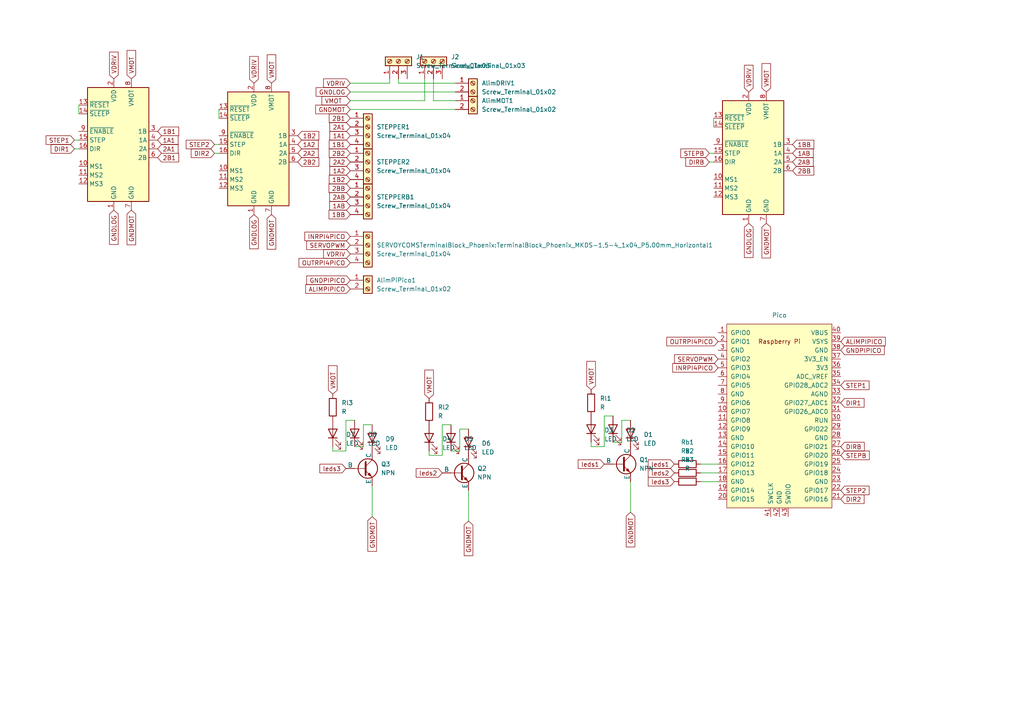
<source format=kicad_sch>
(kicad_sch (version 20230121) (generator eeschema)

  (uuid 69f18ada-31d3-4519-b72b-01a669aa8885)

  (paper "A4")

  (lib_symbols
    (symbol "Connector:Screw_Terminal_01x02" (pin_names (offset 1.016) hide) (in_bom yes) (on_board yes)
      (property "Reference" "J" (at 0 2.54 0)
        (effects (font (size 1.27 1.27)))
      )
      (property "Value" "Screw_Terminal_01x02" (at 0 -5.08 0)
        (effects (font (size 1.27 1.27)))
      )
      (property "Footprint" "" (at 0 0 0)
        (effects (font (size 1.27 1.27)) hide)
      )
      (property "Datasheet" "~" (at 0 0 0)
        (effects (font (size 1.27 1.27)) hide)
      )
      (property "ki_keywords" "screw terminal" (at 0 0 0)
        (effects (font (size 1.27 1.27)) hide)
      )
      (property "ki_description" "Generic screw terminal, single row, 01x02, script generated (kicad-library-utils/schlib/autogen/connector/)" (at 0 0 0)
        (effects (font (size 1.27 1.27)) hide)
      )
      (property "ki_fp_filters" "TerminalBlock*:*" (at 0 0 0)
        (effects (font (size 1.27 1.27)) hide)
      )
      (symbol "Screw_Terminal_01x02_1_1"
        (rectangle (start -1.27 1.27) (end 1.27 -3.81)
          (stroke (width 0.254) (type default))
          (fill (type background))
        )
        (circle (center 0 -2.54) (radius 0.635)
          (stroke (width 0.1524) (type default))
          (fill (type none))
        )
        (polyline
          (pts
            (xy -0.5334 -2.2098)
            (xy 0.3302 -3.048)
          )
          (stroke (width 0.1524) (type default))
          (fill (type none))
        )
        (polyline
          (pts
            (xy -0.5334 0.3302)
            (xy 0.3302 -0.508)
          )
          (stroke (width 0.1524) (type default))
          (fill (type none))
        )
        (polyline
          (pts
            (xy -0.3556 -2.032)
            (xy 0.508 -2.8702)
          )
          (stroke (width 0.1524) (type default))
          (fill (type none))
        )
        (polyline
          (pts
            (xy -0.3556 0.508)
            (xy 0.508 -0.3302)
          )
          (stroke (width 0.1524) (type default))
          (fill (type none))
        )
        (circle (center 0 0) (radius 0.635)
          (stroke (width 0.1524) (type default))
          (fill (type none))
        )
        (pin passive line (at -5.08 0 0) (length 3.81)
          (name "Pin_1" (effects (font (size 1.27 1.27))))
          (number "1" (effects (font (size 1.27 1.27))))
        )
        (pin passive line (at -5.08 -2.54 0) (length 3.81)
          (name "Pin_2" (effects (font (size 1.27 1.27))))
          (number "2" (effects (font (size 1.27 1.27))))
        )
      )
    )
    (symbol "Connector:Screw_Terminal_01x03" (pin_names (offset 1.016) hide) (in_bom yes) (on_board yes)
      (property "Reference" "J" (at 0 5.08 0)
        (effects (font (size 1.27 1.27)))
      )
      (property "Value" "Screw_Terminal_01x03" (at 0 -5.08 0)
        (effects (font (size 1.27 1.27)))
      )
      (property "Footprint" "" (at 0 0 0)
        (effects (font (size 1.27 1.27)) hide)
      )
      (property "Datasheet" "~" (at 0 0 0)
        (effects (font (size 1.27 1.27)) hide)
      )
      (property "ki_keywords" "screw terminal" (at 0 0 0)
        (effects (font (size 1.27 1.27)) hide)
      )
      (property "ki_description" "Generic screw terminal, single row, 01x03, script generated (kicad-library-utils/schlib/autogen/connector/)" (at 0 0 0)
        (effects (font (size 1.27 1.27)) hide)
      )
      (property "ki_fp_filters" "TerminalBlock*:*" (at 0 0 0)
        (effects (font (size 1.27 1.27)) hide)
      )
      (symbol "Screw_Terminal_01x03_1_1"
        (rectangle (start -1.27 3.81) (end 1.27 -3.81)
          (stroke (width 0.254) (type default))
          (fill (type background))
        )
        (circle (center 0 -2.54) (radius 0.635)
          (stroke (width 0.1524) (type default))
          (fill (type none))
        )
        (polyline
          (pts
            (xy -0.5334 -2.2098)
            (xy 0.3302 -3.048)
          )
          (stroke (width 0.1524) (type default))
          (fill (type none))
        )
        (polyline
          (pts
            (xy -0.5334 0.3302)
            (xy 0.3302 -0.508)
          )
          (stroke (width 0.1524) (type default))
          (fill (type none))
        )
        (polyline
          (pts
            (xy -0.5334 2.8702)
            (xy 0.3302 2.032)
          )
          (stroke (width 0.1524) (type default))
          (fill (type none))
        )
        (polyline
          (pts
            (xy -0.3556 -2.032)
            (xy 0.508 -2.8702)
          )
          (stroke (width 0.1524) (type default))
          (fill (type none))
        )
        (polyline
          (pts
            (xy -0.3556 0.508)
            (xy 0.508 -0.3302)
          )
          (stroke (width 0.1524) (type default))
          (fill (type none))
        )
        (polyline
          (pts
            (xy -0.3556 3.048)
            (xy 0.508 2.2098)
          )
          (stroke (width 0.1524) (type default))
          (fill (type none))
        )
        (circle (center 0 0) (radius 0.635)
          (stroke (width 0.1524) (type default))
          (fill (type none))
        )
        (circle (center 0 2.54) (radius 0.635)
          (stroke (width 0.1524) (type default))
          (fill (type none))
        )
        (pin passive line (at -5.08 2.54 0) (length 3.81)
          (name "Pin_1" (effects (font (size 1.27 1.27))))
          (number "1" (effects (font (size 1.27 1.27))))
        )
        (pin passive line (at -5.08 0 0) (length 3.81)
          (name "Pin_2" (effects (font (size 1.27 1.27))))
          (number "2" (effects (font (size 1.27 1.27))))
        )
        (pin passive line (at -5.08 -2.54 0) (length 3.81)
          (name "Pin_3" (effects (font (size 1.27 1.27))))
          (number "3" (effects (font (size 1.27 1.27))))
        )
      )
    )
    (symbol "Connector:Screw_Terminal_01x04" (pin_names (offset 1.016) hide) (in_bom yes) (on_board yes)
      (property "Reference" "J" (at 0 5.08 0)
        (effects (font (size 1.27 1.27)))
      )
      (property "Value" "Screw_Terminal_01x04" (at 0 -7.62 0)
        (effects (font (size 1.27 1.27)))
      )
      (property "Footprint" "" (at 0 0 0)
        (effects (font (size 1.27 1.27)) hide)
      )
      (property "Datasheet" "~" (at 0 0 0)
        (effects (font (size 1.27 1.27)) hide)
      )
      (property "ki_keywords" "screw terminal" (at 0 0 0)
        (effects (font (size 1.27 1.27)) hide)
      )
      (property "ki_description" "Generic screw terminal, single row, 01x04, script generated (kicad-library-utils/schlib/autogen/connector/)" (at 0 0 0)
        (effects (font (size 1.27 1.27)) hide)
      )
      (property "ki_fp_filters" "TerminalBlock*:*" (at 0 0 0)
        (effects (font (size 1.27 1.27)) hide)
      )
      (symbol "Screw_Terminal_01x04_1_1"
        (rectangle (start -1.27 3.81) (end 1.27 -6.35)
          (stroke (width 0.254) (type default))
          (fill (type background))
        )
        (circle (center 0 -5.08) (radius 0.635)
          (stroke (width 0.1524) (type default))
          (fill (type none))
        )
        (circle (center 0 -2.54) (radius 0.635)
          (stroke (width 0.1524) (type default))
          (fill (type none))
        )
        (polyline
          (pts
            (xy -0.5334 -4.7498)
            (xy 0.3302 -5.588)
          )
          (stroke (width 0.1524) (type default))
          (fill (type none))
        )
        (polyline
          (pts
            (xy -0.5334 -2.2098)
            (xy 0.3302 -3.048)
          )
          (stroke (width 0.1524) (type default))
          (fill (type none))
        )
        (polyline
          (pts
            (xy -0.5334 0.3302)
            (xy 0.3302 -0.508)
          )
          (stroke (width 0.1524) (type default))
          (fill (type none))
        )
        (polyline
          (pts
            (xy -0.5334 2.8702)
            (xy 0.3302 2.032)
          )
          (stroke (width 0.1524) (type default))
          (fill (type none))
        )
        (polyline
          (pts
            (xy -0.3556 -4.572)
            (xy 0.508 -5.4102)
          )
          (stroke (width 0.1524) (type default))
          (fill (type none))
        )
        (polyline
          (pts
            (xy -0.3556 -2.032)
            (xy 0.508 -2.8702)
          )
          (stroke (width 0.1524) (type default))
          (fill (type none))
        )
        (polyline
          (pts
            (xy -0.3556 0.508)
            (xy 0.508 -0.3302)
          )
          (stroke (width 0.1524) (type default))
          (fill (type none))
        )
        (polyline
          (pts
            (xy -0.3556 3.048)
            (xy 0.508 2.2098)
          )
          (stroke (width 0.1524) (type default))
          (fill (type none))
        )
        (circle (center 0 0) (radius 0.635)
          (stroke (width 0.1524) (type default))
          (fill (type none))
        )
        (circle (center 0 2.54) (radius 0.635)
          (stroke (width 0.1524) (type default))
          (fill (type none))
        )
        (pin passive line (at -5.08 2.54 0) (length 3.81)
          (name "Pin_1" (effects (font (size 1.27 1.27))))
          (number "1" (effects (font (size 1.27 1.27))))
        )
        (pin passive line (at -5.08 0 0) (length 3.81)
          (name "Pin_2" (effects (font (size 1.27 1.27))))
          (number "2" (effects (font (size 1.27 1.27))))
        )
        (pin passive line (at -5.08 -2.54 0) (length 3.81)
          (name "Pin_3" (effects (font (size 1.27 1.27))))
          (number "3" (effects (font (size 1.27 1.27))))
        )
        (pin passive line (at -5.08 -5.08 0) (length 3.81)
          (name "Pin_4" (effects (font (size 1.27 1.27))))
          (number "4" (effects (font (size 1.27 1.27))))
        )
      )
    )
    (symbol "Device:LED" (pin_numbers hide) (pin_names (offset 1.016) hide) (in_bom yes) (on_board yes)
      (property "Reference" "D" (at 0 2.54 0)
        (effects (font (size 1.27 1.27)))
      )
      (property "Value" "LED" (at 0 -2.54 0)
        (effects (font (size 1.27 1.27)))
      )
      (property "Footprint" "" (at 0 0 0)
        (effects (font (size 1.27 1.27)) hide)
      )
      (property "Datasheet" "~" (at 0 0 0)
        (effects (font (size 1.27 1.27)) hide)
      )
      (property "ki_keywords" "LED diode" (at 0 0 0)
        (effects (font (size 1.27 1.27)) hide)
      )
      (property "ki_description" "Light emitting diode" (at 0 0 0)
        (effects (font (size 1.27 1.27)) hide)
      )
      (property "ki_fp_filters" "LED* LED_SMD:* LED_THT:*" (at 0 0 0)
        (effects (font (size 1.27 1.27)) hide)
      )
      (symbol "LED_0_1"
        (polyline
          (pts
            (xy -1.27 -1.27)
            (xy -1.27 1.27)
          )
          (stroke (width 0.254) (type default))
          (fill (type none))
        )
        (polyline
          (pts
            (xy -1.27 0)
            (xy 1.27 0)
          )
          (stroke (width 0) (type default))
          (fill (type none))
        )
        (polyline
          (pts
            (xy 1.27 -1.27)
            (xy 1.27 1.27)
            (xy -1.27 0)
            (xy 1.27 -1.27)
          )
          (stroke (width 0.254) (type default))
          (fill (type none))
        )
        (polyline
          (pts
            (xy -3.048 -0.762)
            (xy -4.572 -2.286)
            (xy -3.81 -2.286)
            (xy -4.572 -2.286)
            (xy -4.572 -1.524)
          )
          (stroke (width 0) (type default))
          (fill (type none))
        )
        (polyline
          (pts
            (xy -1.778 -0.762)
            (xy -3.302 -2.286)
            (xy -2.54 -2.286)
            (xy -3.302 -2.286)
            (xy -3.302 -1.524)
          )
          (stroke (width 0) (type default))
          (fill (type none))
        )
      )
      (symbol "LED_1_1"
        (pin passive line (at -3.81 0 0) (length 2.54)
          (name "K" (effects (font (size 1.27 1.27))))
          (number "1" (effects (font (size 1.27 1.27))))
        )
        (pin passive line (at 3.81 0 180) (length 2.54)
          (name "A" (effects (font (size 1.27 1.27))))
          (number "2" (effects (font (size 1.27 1.27))))
        )
      )
    )
    (symbol "Device:R" (pin_numbers hide) (pin_names (offset 0)) (in_bom yes) (on_board yes)
      (property "Reference" "R" (at 2.032 0 90)
        (effects (font (size 1.27 1.27)))
      )
      (property "Value" "R" (at 0 0 90)
        (effects (font (size 1.27 1.27)))
      )
      (property "Footprint" "" (at -1.778 0 90)
        (effects (font (size 1.27 1.27)) hide)
      )
      (property "Datasheet" "~" (at 0 0 0)
        (effects (font (size 1.27 1.27)) hide)
      )
      (property "ki_keywords" "R res resistor" (at 0 0 0)
        (effects (font (size 1.27 1.27)) hide)
      )
      (property "ki_description" "Resistor" (at 0 0 0)
        (effects (font (size 1.27 1.27)) hide)
      )
      (property "ki_fp_filters" "R_*" (at 0 0 0)
        (effects (font (size 1.27 1.27)) hide)
      )
      (symbol "R_0_1"
        (rectangle (start -1.016 -2.54) (end 1.016 2.54)
          (stroke (width 0.254) (type default))
          (fill (type none))
        )
      )
      (symbol "R_1_1"
        (pin passive line (at 0 3.81 270) (length 1.27)
          (name "~" (effects (font (size 1.27 1.27))))
          (number "1" (effects (font (size 1.27 1.27))))
        )
        (pin passive line (at 0 -3.81 90) (length 1.27)
          (name "~" (effects (font (size 1.27 1.27))))
          (number "2" (effects (font (size 1.27 1.27))))
        )
      )
    )
    (symbol "Driver_Motor:Pololu_Breakout_A4988" (in_bom yes) (on_board yes)
      (property "Reference" "A" (at -2.54 19.05 0)
        (effects (font (size 1.27 1.27)) (justify right))
      )
      (property "Value" "Pololu_Breakout_A4988" (at -2.54 16.51 0)
        (effects (font (size 1.27 1.27)) (justify right))
      )
      (property "Footprint" "Module:Pololu_Breakout-16_15.2x20.3mm" (at 6.985 -19.05 0)
        (effects (font (size 1.27 1.27)) (justify left) hide)
      )
      (property "Datasheet" "https://www.pololu.com/product/2980/pictures" (at 2.54 -7.62 0)
        (effects (font (size 1.27 1.27)) hide)
      )
      (property "ki_keywords" "Pololu Breakout Board Stepper Driver A4988" (at 0 0 0)
        (effects (font (size 1.27 1.27)) hide)
      )
      (property "ki_description" "Pololu Breakout Board, Stepper Driver A4988" (at 0 0 0)
        (effects (font (size 1.27 1.27)) hide)
      )
      (property "ki_fp_filters" "Pololu*Breakout*15.2x20.3mm*" (at 0 0 0)
        (effects (font (size 1.27 1.27)) hide)
      )
      (symbol "Pololu_Breakout_A4988_0_1"
        (rectangle (start 10.16 -17.78) (end -7.62 15.24)
          (stroke (width 0.254) (type default))
          (fill (type background))
        )
      )
      (symbol "Pololu_Breakout_A4988_1_1"
        (pin power_in line (at 0 -20.32 90) (length 2.54)
          (name "GND" (effects (font (size 1.27 1.27))))
          (number "1" (effects (font (size 1.27 1.27))))
        )
        (pin input line (at -10.16 -7.62 0) (length 2.54)
          (name "MS1" (effects (font (size 1.27 1.27))))
          (number "10" (effects (font (size 1.27 1.27))))
        )
        (pin input line (at -10.16 -10.16 0) (length 2.54)
          (name "MS2" (effects (font (size 1.27 1.27))))
          (number "11" (effects (font (size 1.27 1.27))))
        )
        (pin input line (at -10.16 -12.7 0) (length 2.54)
          (name "MS3" (effects (font (size 1.27 1.27))))
          (number "12" (effects (font (size 1.27 1.27))))
        )
        (pin input line (at -10.16 10.16 0) (length 2.54)
          (name "~{RESET}" (effects (font (size 1.27 1.27))))
          (number "13" (effects (font (size 1.27 1.27))))
        )
        (pin input line (at -10.16 7.62 0) (length 2.54)
          (name "~{SLEEP}" (effects (font (size 1.27 1.27))))
          (number "14" (effects (font (size 1.27 1.27))))
        )
        (pin input line (at -10.16 0 0) (length 2.54)
          (name "STEP" (effects (font (size 1.27 1.27))))
          (number "15" (effects (font (size 1.27 1.27))))
        )
        (pin input line (at -10.16 -2.54 0) (length 2.54)
          (name "DIR" (effects (font (size 1.27 1.27))))
          (number "16" (effects (font (size 1.27 1.27))))
        )
        (pin power_in line (at 0 17.78 270) (length 2.54)
          (name "VDD" (effects (font (size 1.27 1.27))))
          (number "2" (effects (font (size 1.27 1.27))))
        )
        (pin output line (at 12.7 2.54 180) (length 2.54)
          (name "1B" (effects (font (size 1.27 1.27))))
          (number "3" (effects (font (size 1.27 1.27))))
        )
        (pin output line (at 12.7 0 180) (length 2.54)
          (name "1A" (effects (font (size 1.27 1.27))))
          (number "4" (effects (font (size 1.27 1.27))))
        )
        (pin output line (at 12.7 -2.54 180) (length 2.54)
          (name "2A" (effects (font (size 1.27 1.27))))
          (number "5" (effects (font (size 1.27 1.27))))
        )
        (pin output line (at 12.7 -5.08 180) (length 2.54)
          (name "2B" (effects (font (size 1.27 1.27))))
          (number "6" (effects (font (size 1.27 1.27))))
        )
        (pin power_in line (at 5.08 -20.32 90) (length 2.54)
          (name "GND" (effects (font (size 1.27 1.27))))
          (number "7" (effects (font (size 1.27 1.27))))
        )
        (pin power_in line (at 5.08 17.78 270) (length 2.54)
          (name "VMOT" (effects (font (size 1.27 1.27))))
          (number "8" (effects (font (size 1.27 1.27))))
        )
        (pin input line (at -10.16 2.54 0) (length 2.54)
          (name "~{ENABLE}" (effects (font (size 1.27 1.27))))
          (number "9" (effects (font (size 1.27 1.27))))
        )
      )
    )
    (symbol "HORUSSSSSSSSSSS:Pico" (pin_names (offset 1.016)) (in_bom yes) (on_board yes)
      (property "Reference" "U" (at -13.97 27.94 0)
        (effects (font (size 1.27 1.27)))
      )
      (property "Value" "Pico" (at 0 19.05 0)
        (effects (font (size 1.27 1.27)))
      )
      (property "Footprint" "RPi_Pico:RPi_Pico_SMD_TH" (at 0 0 90)
        (effects (font (size 1.27 1.27)) hide)
      )
      (property "Datasheet" "" (at 0 0 0)
        (effects (font (size 1.27 1.27)) hide)
      )
      (symbol "Pico_0_0"
        (text "Raspberry Pi" (at 0 21.59 0)
          (effects (font (size 1.27 1.27)))
        )
      )
      (symbol "Pico_0_1"
        (rectangle (start -15.24 26.67) (end 15.24 -26.67)
          (stroke (width 0) (type solid))
          (fill (type background))
        )
      )
      (symbol "Pico_1_1"
        (pin bidirectional line (at -17.78 24.13 0) (length 2.54)
          (name "GPIO0" (effects (font (size 1.27 1.27))))
          (number "1" (effects (font (size 1.27 1.27))))
        )
        (pin bidirectional line (at -17.78 1.27 0) (length 2.54)
          (name "GPIO7" (effects (font (size 1.27 1.27))))
          (number "10" (effects (font (size 1.27 1.27))))
        )
        (pin bidirectional line (at -17.78 -1.27 0) (length 2.54)
          (name "GPIO8" (effects (font (size 1.27 1.27))))
          (number "11" (effects (font (size 1.27 1.27))))
        )
        (pin bidirectional line (at -17.78 -3.81 0) (length 2.54)
          (name "GPIO9" (effects (font (size 1.27 1.27))))
          (number "12" (effects (font (size 1.27 1.27))))
        )
        (pin power_in line (at -17.78 -6.35 0) (length 2.54)
          (name "GND" (effects (font (size 1.27 1.27))))
          (number "13" (effects (font (size 1.27 1.27))))
        )
        (pin bidirectional line (at -17.78 -8.89 0) (length 2.54)
          (name "GPIO10" (effects (font (size 1.27 1.27))))
          (number "14" (effects (font (size 1.27 1.27))))
        )
        (pin bidirectional line (at -17.78 -11.43 0) (length 2.54)
          (name "GPIO11" (effects (font (size 1.27 1.27))))
          (number "15" (effects (font (size 1.27 1.27))))
        )
        (pin bidirectional line (at -17.78 -13.97 0) (length 2.54)
          (name "GPIO12" (effects (font (size 1.27 1.27))))
          (number "16" (effects (font (size 1.27 1.27))))
        )
        (pin bidirectional line (at -17.78 -16.51 0) (length 2.54)
          (name "GPIO13" (effects (font (size 1.27 1.27))))
          (number "17" (effects (font (size 1.27 1.27))))
        )
        (pin power_in line (at -17.78 -19.05 0) (length 2.54)
          (name "GND" (effects (font (size 1.27 1.27))))
          (number "18" (effects (font (size 1.27 1.27))))
        )
        (pin bidirectional line (at -17.78 -21.59 0) (length 2.54)
          (name "GPIO14" (effects (font (size 1.27 1.27))))
          (number "19" (effects (font (size 1.27 1.27))))
        )
        (pin bidirectional line (at -17.78 21.59 0) (length 2.54)
          (name "GPIO1" (effects (font (size 1.27 1.27))))
          (number "2" (effects (font (size 1.27 1.27))))
        )
        (pin bidirectional line (at -17.78 -24.13 0) (length 2.54)
          (name "GPIO15" (effects (font (size 1.27 1.27))))
          (number "20" (effects (font (size 1.27 1.27))))
        )
        (pin bidirectional line (at 17.78 -24.13 180) (length 2.54)
          (name "GPIO16" (effects (font (size 1.27 1.27))))
          (number "21" (effects (font (size 1.27 1.27))))
        )
        (pin bidirectional line (at 17.78 -21.59 180) (length 2.54)
          (name "GPIO17" (effects (font (size 1.27 1.27))))
          (number "22" (effects (font (size 1.27 1.27))))
        )
        (pin power_in line (at 17.78 -19.05 180) (length 2.54)
          (name "GND" (effects (font (size 1.27 1.27))))
          (number "23" (effects (font (size 1.27 1.27))))
        )
        (pin bidirectional line (at 17.78 -16.51 180) (length 2.54)
          (name "GPIO18" (effects (font (size 1.27 1.27))))
          (number "24" (effects (font (size 1.27 1.27))))
        )
        (pin bidirectional line (at 17.78 -13.97 180) (length 2.54)
          (name "GPIO19" (effects (font (size 1.27 1.27))))
          (number "25" (effects (font (size 1.27 1.27))))
        )
        (pin bidirectional line (at 17.78 -11.43 180) (length 2.54)
          (name "GPIO20" (effects (font (size 1.27 1.27))))
          (number "26" (effects (font (size 1.27 1.27))))
        )
        (pin bidirectional line (at 17.78 -8.89 180) (length 2.54)
          (name "GPIO21" (effects (font (size 1.27 1.27))))
          (number "27" (effects (font (size 1.27 1.27))))
        )
        (pin power_in line (at 17.78 -6.35 180) (length 2.54)
          (name "GND" (effects (font (size 1.27 1.27))))
          (number "28" (effects (font (size 1.27 1.27))))
        )
        (pin bidirectional line (at 17.78 -3.81 180) (length 2.54)
          (name "GPIO22" (effects (font (size 1.27 1.27))))
          (number "29" (effects (font (size 1.27 1.27))))
        )
        (pin power_in line (at -17.78 19.05 0) (length 2.54)
          (name "GND" (effects (font (size 1.27 1.27))))
          (number "3" (effects (font (size 1.27 1.27))))
        )
        (pin input line (at 17.78 -1.27 180) (length 2.54)
          (name "RUN" (effects (font (size 1.27 1.27))))
          (number "30" (effects (font (size 1.27 1.27))))
        )
        (pin bidirectional line (at 17.78 1.27 180) (length 2.54)
          (name "GPIO26_ADC0" (effects (font (size 1.27 1.27))))
          (number "31" (effects (font (size 1.27 1.27))))
        )
        (pin bidirectional line (at 17.78 3.81 180) (length 2.54)
          (name "GPIO27_ADC1" (effects (font (size 1.27 1.27))))
          (number "32" (effects (font (size 1.27 1.27))))
        )
        (pin power_in line (at 17.78 6.35 180) (length 2.54)
          (name "AGND" (effects (font (size 1.27 1.27))))
          (number "33" (effects (font (size 1.27 1.27))))
        )
        (pin bidirectional line (at 17.78 8.89 180) (length 2.54)
          (name "GPIO28_ADC2" (effects (font (size 1.27 1.27))))
          (number "34" (effects (font (size 1.27 1.27))))
        )
        (pin unspecified line (at 17.78 11.43 180) (length 2.54)
          (name "ADC_VREF" (effects (font (size 1.27 1.27))))
          (number "35" (effects (font (size 1.27 1.27))))
        )
        (pin unspecified line (at 17.78 13.97 180) (length 2.54)
          (name "3V3" (effects (font (size 1.27 1.27))))
          (number "36" (effects (font (size 1.27 1.27))))
        )
        (pin input line (at 17.78 16.51 180) (length 2.54)
          (name "3V3_EN" (effects (font (size 1.27 1.27))))
          (number "37" (effects (font (size 1.27 1.27))))
        )
        (pin bidirectional line (at 17.78 19.05 180) (length 2.54)
          (name "GND" (effects (font (size 1.27 1.27))))
          (number "38" (effects (font (size 1.27 1.27))))
        )
        (pin unspecified line (at 17.78 21.59 180) (length 2.54)
          (name "VSYS" (effects (font (size 1.27 1.27))))
          (number "39" (effects (font (size 1.27 1.27))))
        )
        (pin bidirectional line (at -17.78 16.51 0) (length 2.54)
          (name "GPIO2" (effects (font (size 1.27 1.27))))
          (number "4" (effects (font (size 1.27 1.27))))
        )
        (pin unspecified line (at 17.78 24.13 180) (length 2.54)
          (name "VBUS" (effects (font (size 1.27 1.27))))
          (number "40" (effects (font (size 1.27 1.27))))
        )
        (pin input line (at -2.54 -29.21 90) (length 2.54)
          (name "SWCLK" (effects (font (size 1.27 1.27))))
          (number "41" (effects (font (size 1.27 1.27))))
        )
        (pin power_in line (at 0 -29.21 90) (length 2.54)
          (name "GND" (effects (font (size 1.27 1.27))))
          (number "42" (effects (font (size 1.27 1.27))))
        )
        (pin bidirectional line (at 2.54 -29.21 90) (length 2.54)
          (name "SWDIO" (effects (font (size 1.27 1.27))))
          (number "43" (effects (font (size 1.27 1.27))))
        )
        (pin bidirectional line (at -17.78 13.97 0) (length 2.54)
          (name "GPIO3" (effects (font (size 1.27 1.27))))
          (number "5" (effects (font (size 1.27 1.27))))
        )
        (pin bidirectional line (at -17.78 11.43 0) (length 2.54)
          (name "GPIO4" (effects (font (size 1.27 1.27))))
          (number "6" (effects (font (size 1.27 1.27))))
        )
        (pin bidirectional line (at -17.78 8.89 0) (length 2.54)
          (name "GPIO5" (effects (font (size 1.27 1.27))))
          (number "7" (effects (font (size 1.27 1.27))))
        )
        (pin power_in line (at -17.78 6.35 0) (length 2.54)
          (name "GND" (effects (font (size 1.27 1.27))))
          (number "8" (effects (font (size 1.27 1.27))))
        )
        (pin bidirectional line (at -17.78 3.81 0) (length 2.54)
          (name "GPIO6" (effects (font (size 1.27 1.27))))
          (number "9" (effects (font (size 1.27 1.27))))
        )
      )
    )
    (symbol "Simulation_SPICE:NPN" (pin_numbers hide) (pin_names (offset 0)) (in_bom yes) (on_board yes)
      (property "Reference" "Q" (at -2.54 7.62 0)
        (effects (font (size 1.27 1.27)))
      )
      (property "Value" "NPN" (at -2.54 5.08 0)
        (effects (font (size 1.27 1.27)))
      )
      (property "Footprint" "" (at 63.5 0 0)
        (effects (font (size 1.27 1.27)) hide)
      )
      (property "Datasheet" "~" (at 63.5 0 0)
        (effects (font (size 1.27 1.27)) hide)
      )
      (property "Sim.Device" "NPN" (at 0 0 0)
        (effects (font (size 1.27 1.27)) hide)
      )
      (property "Sim.Type" "GUMMELPOON" (at 0 0 0)
        (effects (font (size 1.27 1.27)) hide)
      )
      (property "Sim.Pins" "1=C 2=B 3=E" (at 0 0 0)
        (effects (font (size 1.27 1.27)) hide)
      )
      (property "ki_keywords" "simulation" (at 0 0 0)
        (effects (font (size 1.27 1.27)) hide)
      )
      (property "ki_description" "Bipolar transistor symbol for simulation only, substrate tied to the emitter" (at 0 0 0)
        (effects (font (size 1.27 1.27)) hide)
      )
      (symbol "NPN_0_1"
        (polyline
          (pts
            (xy -2.54 0)
            (xy 0.635 0)
          )
          (stroke (width 0.1524) (type default))
          (fill (type none))
        )
        (polyline
          (pts
            (xy 0.635 0.635)
            (xy 2.54 2.54)
          )
          (stroke (width 0) (type default))
          (fill (type none))
        )
        (polyline
          (pts
            (xy 2.794 -1.27)
            (xy 2.794 -1.27)
          )
          (stroke (width 0.1524) (type default))
          (fill (type none))
        )
        (polyline
          (pts
            (xy 2.794 -1.27)
            (xy 2.794 -1.27)
          )
          (stroke (width 0.1524) (type default))
          (fill (type none))
        )
        (polyline
          (pts
            (xy 0.635 -0.635)
            (xy 2.54 -2.54)
            (xy 2.54 -2.54)
          )
          (stroke (width 0) (type default))
          (fill (type none))
        )
        (polyline
          (pts
            (xy 0.635 1.905)
            (xy 0.635 -1.905)
            (xy 0.635 -1.905)
          )
          (stroke (width 0.508) (type default))
          (fill (type none))
        )
        (polyline
          (pts
            (xy 1.27 -1.778)
            (xy 1.778 -1.27)
            (xy 2.286 -2.286)
            (xy 1.27 -1.778)
            (xy 1.27 -1.778)
          )
          (stroke (width 0) (type default))
          (fill (type outline))
        )
        (circle (center 1.27 0) (radius 2.8194)
          (stroke (width 0.254) (type default))
          (fill (type none))
        )
      )
      (symbol "NPN_1_1"
        (pin open_collector line (at 2.54 5.08 270) (length 2.54)
          (name "C" (effects (font (size 1.27 1.27))))
          (number "1" (effects (font (size 1.27 1.27))))
        )
        (pin input line (at -5.08 0 0) (length 2.54)
          (name "B" (effects (font (size 1.27 1.27))))
          (number "2" (effects (font (size 1.27 1.27))))
        )
        (pin open_emitter line (at 2.54 -5.08 90) (length 2.54)
          (name "E" (effects (font (size 1.27 1.27))))
          (number "3" (effects (font (size 1.27 1.27))))
        )
      )
    )
  )


  (wire (pts (xy 180.34 128.27) (xy 177.8 128.27))
    (stroke (width 0) (type default))
    (uuid 007913dc-cb10-495b-b6d7-c4ddd17b09c3)
  )
  (wire (pts (xy 123.19 29.21) (xy 101.6 29.21))
    (stroke (width 0) (type default))
    (uuid 1287cd13-8c77-4403-99ff-2bbd854afec5)
  )
  (wire (pts (xy 130.81 123.19) (xy 128.27 123.19))
    (stroke (width 0) (type default))
    (uuid 12f4a241-3a7f-42e1-afb8-4131c190346d)
  )
  (wire (pts (xy 175.26 129.54) (xy 171.45 129.54))
    (stroke (width 0) (type default))
    (uuid 1683efa3-83e9-4482-946a-110affbea199)
  )
  (wire (pts (xy 62.23 41.91) (xy 63.5 41.91))
    (stroke (width 0) (type default))
    (uuid 17d263fe-0db1-4425-a734-6dae6f9d261e)
  )
  (wire (pts (xy 63.5 31.75) (xy 63.5 34.29))
    (stroke (width 0) (type default))
    (uuid 1b18c960-3e3d-4c45-b82f-87d4815e4612)
  )
  (wire (pts (xy 62.23 44.45) (xy 63.5 44.45))
    (stroke (width 0) (type default))
    (uuid 2e29e70f-3550-4cc9-941b-1aeb234f9a9c)
  )
  (wire (pts (xy 100.33 121.92) (xy 100.33 130.81))
    (stroke (width 0) (type default))
    (uuid 33128f56-7125-428c-a8d5-914dea06d761)
  )
  (wire (pts (xy 203.2 139.7) (xy 208.28 139.7))
    (stroke (width 0) (type default))
    (uuid 386aebd2-8b81-495a-919d-9e4a087d0e38)
  )
  (wire (pts (xy 107.95 123.19) (xy 105.41 123.19))
    (stroke (width 0) (type default))
    (uuid 40619e5f-b67b-40eb-a743-e95aaed5f53b)
  )
  (wire (pts (xy 133.35 124.46) (xy 133.35 130.81))
    (stroke (width 0) (type default))
    (uuid 4f7fd1e0-b52a-4fdd-a89a-b8085fcdb154)
  )
  (wire (pts (xy 203.2 134.62) (xy 208.28 134.62))
    (stroke (width 0) (type default))
    (uuid 4fc7d0b8-926c-4dde-a203-adf28593dccd)
  )
  (wire (pts (xy 207.01 34.29) (xy 207.01 36.83))
    (stroke (width 0) (type default))
    (uuid 50be0ef7-37f9-453f-8262-001d2bfe8958)
  )
  (wire (pts (xy 102.87 121.92) (xy 100.33 121.92))
    (stroke (width 0) (type default))
    (uuid 587f5601-29d8-46f1-aa5f-0fe15ced11c0)
  )
  (wire (pts (xy 123.19 22.86) (xy 123.19 29.21))
    (stroke (width 0) (type default))
    (uuid 5b61149d-02c0-405b-be2c-40870ba068ca)
  )
  (wire (pts (xy 175.26 120.65) (xy 175.26 129.54))
    (stroke (width 0) (type default))
    (uuid 5b75252e-e95e-4ef9-b776-d887bb78a331)
  )
  (wire (pts (xy 107.95 140.97) (xy 107.95 149.86))
    (stroke (width 0) (type default))
    (uuid 6273fc93-42fb-44d0-b4f0-ae28c4395915)
  )
  (wire (pts (xy 133.35 130.81) (xy 130.81 130.81))
    (stroke (width 0) (type default))
    (uuid 6ddd3e03-edd2-4bae-bb2d-3249ab8d66f0)
  )
  (wire (pts (xy 182.88 121.92) (xy 180.34 121.92))
    (stroke (width 0) (type default))
    (uuid 72125eca-143b-470f-9a58-22bb832811aa)
  )
  (wire (pts (xy 180.34 121.92) (xy 180.34 128.27))
    (stroke (width 0) (type default))
    (uuid 7a3a28e4-8085-42d8-bf83-f29f73a19039)
  )
  (wire (pts (xy 115.57 24.13) (xy 132.08 24.13))
    (stroke (width 0) (type default))
    (uuid 7ec30fcf-ffc2-4522-9e91-6d319abfc142)
  )
  (wire (pts (xy 205.74 44.45) (xy 207.01 44.45))
    (stroke (width 0) (type default))
    (uuid 824b5f7a-3bd9-48be-bb98-49cc705a0215)
  )
  (wire (pts (xy 124.46 132.08) (xy 124.46 130.81))
    (stroke (width 0) (type default))
    (uuid 99760d30-19a9-403b-98bf-5d05ec1db3e0)
  )
  (wire (pts (xy 177.8 120.65) (xy 175.26 120.65))
    (stroke (width 0) (type default))
    (uuid 9dbfd77b-6b7a-4ba1-8ffd-6495d0a35202)
  )
  (wire (pts (xy 203.2 137.16) (xy 208.28 137.16))
    (stroke (width 0) (type default))
    (uuid a34eebd4-1c80-4190-a87d-1506911e704d)
  )
  (wire (pts (xy 101.6 26.67) (xy 132.08 26.67))
    (stroke (width 0) (type default))
    (uuid a5a05718-58b2-4846-9501-d5996cf4f0ff)
  )
  (wire (pts (xy 135.89 142.24) (xy 135.89 151.13))
    (stroke (width 0) (type default))
    (uuid a7370d56-8789-48a2-8eae-99d2a6ad7b18)
  )
  (wire (pts (xy 105.41 129.54) (xy 102.87 129.54))
    (stroke (width 0) (type default))
    (uuid ac44c198-fb63-41f7-8eaa-c83adc64ab18)
  )
  (wire (pts (xy 100.33 130.81) (xy 96.52 130.81))
    (stroke (width 0) (type default))
    (uuid ac6d97eb-3699-4e7e-b9f6-a1976cfa03fa)
  )
  (wire (pts (xy 96.52 130.81) (xy 96.52 129.54))
    (stroke (width 0) (type default))
    (uuid ae0fd01e-c8fa-4885-a38d-89c1696cf828)
  )
  (wire (pts (xy 115.57 22.86) (xy 115.57 24.13))
    (stroke (width 0) (type default))
    (uuid b1ef97a1-830c-4e98-977d-7228c80e35bd)
  )
  (wire (pts (xy 205.74 46.99) (xy 207.01 46.99))
    (stroke (width 0) (type default))
    (uuid bde2ef9d-8297-4e1e-b331-5086c7b92665)
  )
  (wire (pts (xy 22.86 30.48) (xy 22.86 33.02))
    (stroke (width 0) (type default))
    (uuid d19f5694-047b-4a2d-a590-0e04cc8b4a2d)
  )
  (wire (pts (xy 113.03 24.13) (xy 113.03 22.86))
    (stroke (width 0) (type default))
    (uuid d64f674a-97e3-45fb-8a24-07d7764948e2)
  )
  (wire (pts (xy 128.27 132.08) (xy 124.46 132.08))
    (stroke (width 0) (type default))
    (uuid deef26ff-75a2-453d-a4e1-831bccb8342c)
  )
  (wire (pts (xy 125.73 29.21) (xy 132.08 29.21))
    (stroke (width 0) (type default))
    (uuid eaeecfe0-6746-42ea-a948-74a10df8071f)
  )
  (wire (pts (xy 101.6 31.75) (xy 132.08 31.75))
    (stroke (width 0) (type default))
    (uuid ec7b4910-310d-4748-8d18-095f038ca786)
  )
  (wire (pts (xy 128.27 123.19) (xy 128.27 132.08))
    (stroke (width 0) (type default))
    (uuid ecfe5c99-1d75-4807-8bb3-987b47636cee)
  )
  (wire (pts (xy 135.89 124.46) (xy 133.35 124.46))
    (stroke (width 0) (type default))
    (uuid ee806cbd-af9d-48bc-97a7-aaeaf0133e5e)
  )
  (wire (pts (xy 113.03 24.13) (xy 101.6 24.13))
    (stroke (width 0) (type default))
    (uuid f0ad3413-2b34-4d34-8e6e-c67a22a91223)
  )
  (wire (pts (xy 21.59 43.18) (xy 22.86 43.18))
    (stroke (width 0) (type default))
    (uuid f2d265d3-3b00-4f25-9a22-08c6e19b6df9)
  )
  (wire (pts (xy 125.73 22.86) (xy 125.73 29.21))
    (stroke (width 0) (type default))
    (uuid f5bb748e-f830-462c-b504-3378803724e2)
  )
  (wire (pts (xy 21.59 40.64) (xy 22.86 40.64))
    (stroke (width 0) (type default))
    (uuid f820d971-6aa5-493c-abb5-23362275ab8f)
  )
  (wire (pts (xy 171.45 129.54) (xy 171.45 128.27))
    (stroke (width 0) (type default))
    (uuid faecdcb3-b049-46f1-8f1a-d7bd39c2e74f)
  )
  (wire (pts (xy 105.41 123.19) (xy 105.41 129.54))
    (stroke (width 0) (type default))
    (uuid fb8d996c-d2ee-45e1-b817-911d81c76e14)
  )
  (wire (pts (xy 182.88 139.7) (xy 182.88 148.59))
    (stroke (width 0) (type default))
    (uuid fdf0a61b-8a1d-4712-b1fe-91c1902e4c6d)
  )

  (global_label "leds2" (shape input) (at 195.58 137.16 180) (fields_autoplaced)
    (effects (font (size 1.27 1.27)) (justify right))
    (uuid 0015c414-6c31-4b0c-bddd-18cdf7736f00)
    (property "Intersheetrefs" "${INTERSHEET_REFS}" (at 187.4544 137.16 0)
      (effects (font (size 1.27 1.27)) (justify right) hide)
    )
  )
  (global_label "1B1" (shape input) (at 45.72 38.1 0) (fields_autoplaced)
    (effects (font (size 1.27 1.27)) (justify left))
    (uuid 003d3279-8b10-4ede-9ac0-8812c2ced72b)
    (property "Intersheetrefs" "${INTERSHEET_REFS}" (at 52.3942 38.1 0)
      (effects (font (size 1.27 1.27)) (justify left) hide)
    )
  )
  (global_label "2A1" (shape input) (at 45.72 43.18 0) (fields_autoplaced)
    (effects (font (size 1.27 1.27)) (justify left))
    (uuid 00e229ab-031d-41fe-9da0-2816090ab0e7)
    (property "Intersheetrefs" "${INTERSHEET_REFS}" (at 52.2128 43.18 0)
      (effects (font (size 1.27 1.27)) (justify left) hide)
    )
  )
  (global_label "2AB" (shape input) (at 229.87 46.99 0) (fields_autoplaced)
    (effects (font (size 1.27 1.27)) (justify left))
    (uuid 0317c633-7397-4312-8e46-1227a303d0f3)
    (property "Intersheetrefs" "${INTERSHEET_REFS}" (at 236.4233 46.99 0)
      (effects (font (size 1.27 1.27)) (justify left) hide)
    )
  )
  (global_label "OUTRPI4PICO" (shape input) (at 208.28 99.06 180) (fields_autoplaced)
    (effects (font (size 1.27 1.27)) (justify right))
    (uuid 05355ea6-a6fa-42d2-bc3d-d351d99f90ff)
    (property "Intersheetrefs" "${INTERSHEET_REFS}" (at 192.8366 99.06 0)
      (effects (font (size 1.27 1.27)) (justify right) hide)
    )
  )
  (global_label "GNDLOG" (shape input) (at 33.02 60.96 270) (fields_autoplaced)
    (effects (font (size 1.27 1.27)) (justify right))
    (uuid 07faf77b-45e1-4146-bd1c-ed793c9c8642)
    (property "Intersheetrefs" "${INTERSHEET_REFS}" (at 33.02 71.4443 90)
      (effects (font (size 1.27 1.27)) (justify right) hide)
    )
  )
  (global_label "INRPI4PICO" (shape input) (at 101.6 68.58 180) (fields_autoplaced)
    (effects (font (size 1.27 1.27)) (justify right))
    (uuid 082fd6b7-8518-402e-b878-56f44e19c249)
    (property "Intersheetrefs" "${INTERSHEET_REFS}" (at 87.8499 68.58 0)
      (effects (font (size 1.27 1.27)) (justify right) hide)
    )
  )
  (global_label "DIR1" (shape input) (at 243.84 116.84 0) (fields_autoplaced)
    (effects (font (size 1.27 1.27)) (justify left))
    (uuid 0a256f36-396d-4896-8ef7-3ed53d098e5c)
    (property "Intersheetrefs" "${INTERSHEET_REFS}" (at 251.1795 116.84 0)
      (effects (font (size 1.27 1.27)) (justify left) hide)
    )
  )
  (global_label "DIR1" (shape input) (at 21.59 43.18 180) (fields_autoplaced)
    (effects (font (size 1.27 1.27)) (justify right))
    (uuid 10b9502f-3872-401a-96c9-bef96cae43d9)
    (property "Intersheetrefs" "${INTERSHEET_REFS}" (at 14.2505 43.18 0)
      (effects (font (size 1.27 1.27)) (justify right) hide)
    )
  )
  (global_label "DIRB" (shape input) (at 243.84 129.54 0) (fields_autoplaced)
    (effects (font (size 1.27 1.27)) (justify left))
    (uuid 13a4c70b-6eca-413b-8995-866b593212fd)
    (property "Intersheetrefs" "${INTERSHEET_REFS}" (at 251.24 129.54 0)
      (effects (font (size 1.27 1.27)) (justify left) hide)
    )
  )
  (global_label "DIR2" (shape input) (at 243.84 144.78 0) (fields_autoplaced)
    (effects (font (size 1.27 1.27)) (justify left))
    (uuid 146862ff-88e7-4d65-947d-45cb139af8f9)
    (property "Intersheetrefs" "${INTERSHEET_REFS}" (at 251.1795 144.78 0)
      (effects (font (size 1.27 1.27)) (justify left) hide)
    )
  )
  (global_label "VMOT " (shape input) (at 101.6 29.21 180) (fields_autoplaced)
    (effects (font (size 1.27 1.27)) (justify right))
    (uuid 16409524-2df7-4783-9c86-4e06c8ac5b7d)
    (property "Intersheetrefs" "${INTERSHEET_REFS}" (at 92.8091 29.21 0)
      (effects (font (size 1.27 1.27)) (justify right) hide)
    )
  )
  (global_label "1BB" (shape input) (at 101.6 62.23 180) (fields_autoplaced)
    (effects (font (size 1.27 1.27)) (justify right))
    (uuid 1945ea89-aac1-46cf-abe2-ec99c8431a55)
    (property "Intersheetrefs" "${INTERSHEET_REFS}" (at 94.8653 62.23 0)
      (effects (font (size 1.27 1.27)) (justify right) hide)
    )
  )
  (global_label "1A1" (shape input) (at 101.6 39.37 180) (fields_autoplaced)
    (effects (font (size 1.27 1.27)) (justify right))
    (uuid 1969c2a5-f44a-4ff7-bb59-547585467d98)
    (property "Intersheetrefs" "${INTERSHEET_REFS}" (at 95.1072 39.37 0)
      (effects (font (size 1.27 1.27)) (justify right) hide)
    )
  )
  (global_label "VMOT " (shape input) (at 222.25 26.67 90) (fields_autoplaced)
    (effects (font (size 1.27 1.27)) (justify left))
    (uuid 1fa67298-c430-49f3-b87b-569fd11b982d)
    (property "Intersheetrefs" "${INTERSHEET_REFS}" (at 222.25 17.8791 90)
      (effects (font (size 1.27 1.27)) (justify left) hide)
    )
  )
  (global_label "GNDLOG" (shape input) (at 217.17 64.77 270) (fields_autoplaced)
    (effects (font (size 1.27 1.27)) (justify right))
    (uuid 30a67f58-893a-452a-bdeb-147a175edabf)
    (property "Intersheetrefs" "${INTERSHEET_REFS}" (at 217.17 75.2543 90)
      (effects (font (size 1.27 1.27)) (justify right) hide)
    )
  )
  (global_label "GNDLOG" (shape input) (at 101.6 26.67 180) (fields_autoplaced)
    (effects (font (size 1.27 1.27)) (justify right))
    (uuid 365e23b2-7d6a-4e97-8df9-259a55307fb4)
    (property "Intersheetrefs" "${INTERSHEET_REFS}" (at 91.1157 26.67 0)
      (effects (font (size 1.27 1.27)) (justify right) hide)
    )
  )
  (global_label "VDRIV" (shape input) (at 33.02 22.86 90) (fields_autoplaced)
    (effects (font (size 1.27 1.27)) (justify left))
    (uuid 37e23a45-a2ca-4c7d-85ee-cf3c6982b504)
    (property "Intersheetrefs" "${INTERSHEET_REFS}" (at 33.02 14.5528 90)
      (effects (font (size 1.27 1.27)) (justify left) hide)
    )
  )
  (global_label "GNDMOT" (shape input) (at 182.88 148.59 270) (fields_autoplaced)
    (effects (font (size 1.27 1.27)) (justify right))
    (uuid 385ef020-bade-4bb9-bc0c-df304852eecf)
    (property "Intersheetrefs" "${INTERSHEET_REFS}" (at 182.88 159.1952 90)
      (effects (font (size 1.27 1.27)) (justify right) hide)
    )
  )
  (global_label "VMOT " (shape input) (at 171.45 113.03 90) (fields_autoplaced)
    (effects (font (size 1.27 1.27)) (justify left))
    (uuid 39132bc5-d2b8-4a32-9c15-d8aa19cc2081)
    (property "Intersheetrefs" "${INTERSHEET_REFS}" (at 171.45 104.2391 90)
      (effects (font (size 1.27 1.27)) (justify left) hide)
    )
  )
  (global_label "leds1" (shape input) (at 175.26 134.62 180) (fields_autoplaced)
    (effects (font (size 1.27 1.27)) (justify right))
    (uuid 3a4c07b1-bf5d-493a-aa92-cea131e28fed)
    (property "Intersheetrefs" "${INTERSHEET_REFS}" (at 167.1344 134.62 0)
      (effects (font (size 1.27 1.27)) (justify right) hide)
    )
  )
  (global_label "STEPB" (shape input) (at 243.84 132.08 0) (fields_autoplaced)
    (effects (font (size 1.27 1.27)) (justify left))
    (uuid 3bcf7d6f-2c0a-41fd-a3d4-fd1df36eb742)
    (property "Intersheetrefs" "${INTERSHEET_REFS}" (at 252.6913 132.08 0)
      (effects (font (size 1.27 1.27)) (justify left) hide)
    )
  )
  (global_label "SERVOPWM" (shape input) (at 208.28 104.14 180) (fields_autoplaced)
    (effects (font (size 1.27 1.27)) (justify right))
    (uuid 3e53c7c3-8c2b-4f09-aac7-81662b9d4df3)
    (property "Intersheetrefs" "${INTERSHEET_REFS}" (at 195.0744 104.14 0)
      (effects (font (size 1.27 1.27)) (justify right) hide)
    )
  )
  (global_label "leds3" (shape input) (at 195.58 139.7 180) (fields_autoplaced)
    (effects (font (size 1.27 1.27)) (justify right))
    (uuid 3e8286f4-e637-49ae-8f72-1456b91527e9)
    (property "Intersheetrefs" "${INTERSHEET_REFS}" (at 187.4544 139.7 0)
      (effects (font (size 1.27 1.27)) (justify right) hide)
    )
  )
  (global_label "2B2" (shape input) (at 86.36 46.99 0) (fields_autoplaced)
    (effects (font (size 1.27 1.27)) (justify left))
    (uuid 3f33c268-b6b4-43ff-9d65-489c2282de99)
    (property "Intersheetrefs" "${INTERSHEET_REFS}" (at 93.0342 46.99 0)
      (effects (font (size 1.27 1.27)) (justify left) hide)
    )
  )
  (global_label "VDRIV" (shape input) (at 217.17 26.67 90) (fields_autoplaced)
    (effects (font (size 1.27 1.27)) (justify left))
    (uuid 3f796fe5-13b7-4384-a649-3e9f64dcfdf9)
    (property "Intersheetrefs" "${INTERSHEET_REFS}" (at 217.17 18.3628 90)
      (effects (font (size 1.27 1.27)) (justify left) hide)
    )
  )
  (global_label "INRPI4PICO" (shape input) (at 208.28 106.68 180) (fields_autoplaced)
    (effects (font (size 1.27 1.27)) (justify right))
    (uuid 3f99fe0d-5554-4817-a342-d0514975c6eb)
    (property "Intersheetrefs" "${INTERSHEET_REFS}" (at 194.5299 106.68 0)
      (effects (font (size 1.27 1.27)) (justify right) hide)
    )
  )
  (global_label "GNDMOT" (shape input) (at 135.89 151.13 270) (fields_autoplaced)
    (effects (font (size 1.27 1.27)) (justify right))
    (uuid 41cd00ec-3b2f-4d60-b7f4-ff103c73da48)
    (property "Intersheetrefs" "${INTERSHEET_REFS}" (at 135.89 161.7352 90)
      (effects (font (size 1.27 1.27)) (justify right) hide)
    )
  )
  (global_label "DIR2" (shape input) (at 62.23 44.45 180) (fields_autoplaced)
    (effects (font (size 1.27 1.27)) (justify right))
    (uuid 47120463-5bae-4f37-9c42-9f7ce4f127a3)
    (property "Intersheetrefs" "${INTERSHEET_REFS}" (at 54.8905 44.45 0)
      (effects (font (size 1.27 1.27)) (justify right) hide)
    )
  )
  (global_label "2AB" (shape input) (at 101.6 57.15 180) (fields_autoplaced)
    (effects (font (size 1.27 1.27)) (justify right))
    (uuid 4b5e3306-6049-4824-ba6f-931dbe1b03b0)
    (property "Intersheetrefs" "${INTERSHEET_REFS}" (at 95.0467 57.15 0)
      (effects (font (size 1.27 1.27)) (justify right) hide)
    )
  )
  (global_label "DIRB" (shape input) (at 205.74 46.99 180) (fields_autoplaced)
    (effects (font (size 1.27 1.27)) (justify right))
    (uuid 5e2aefd0-5425-4dac-9ea6-a53e6910e82e)
    (property "Intersheetrefs" "${INTERSHEET_REFS}" (at 198.34 46.99 0)
      (effects (font (size 1.27 1.27)) (justify right) hide)
    )
  )
  (global_label "VMOT " (shape input) (at 78.74 24.13 90) (fields_autoplaced)
    (effects (font (size 1.27 1.27)) (justify left))
    (uuid 5f84dc0e-a59f-4cbd-8947-5ab6fab11542)
    (property "Intersheetrefs" "${INTERSHEET_REFS}" (at 78.74 15.3391 90)
      (effects (font (size 1.27 1.27)) (justify left) hide)
    )
  )
  (global_label "VDRIV" (shape input) (at 101.6 73.66 180) (fields_autoplaced)
    (effects (font (size 1.27 1.27)) (justify right))
    (uuid 68938b82-518b-43e0-a1dc-776252a12c2c)
    (property "Intersheetrefs" "${INTERSHEET_REFS}" (at 93.2928 73.66 0)
      (effects (font (size 1.27 1.27)) (justify right) hide)
    )
  )
  (global_label "2B1" (shape input) (at 45.72 45.72 0) (fields_autoplaced)
    (effects (font (size 1.27 1.27)) (justify left))
    (uuid 6f0f1e32-57f0-4d70-a06a-07ecbeedd16a)
    (property "Intersheetrefs" "${INTERSHEET_REFS}" (at 52.3942 45.72 0)
      (effects (font (size 1.27 1.27)) (justify left) hide)
    )
  )
  (global_label "2BB" (shape input) (at 229.87 49.53 0) (fields_autoplaced)
    (effects (font (size 1.27 1.27)) (justify left))
    (uuid 708a134d-c7ac-45c5-aea1-f9277316362f)
    (property "Intersheetrefs" "${INTERSHEET_REFS}" (at 236.6047 49.53 0)
      (effects (font (size 1.27 1.27)) (justify left) hide)
    )
  )
  (global_label "1B1" (shape input) (at 101.6 41.91 180) (fields_autoplaced)
    (effects (font (size 1.27 1.27)) (justify right))
    (uuid 70d43aad-8965-4c82-9ab1-7ba6b3a31d69)
    (property "Intersheetrefs" "${INTERSHEET_REFS}" (at 94.9258 41.91 0)
      (effects (font (size 1.27 1.27)) (justify right) hide)
    )
  )
  (global_label "VDRIV" (shape input) (at 73.66 24.13 90) (fields_autoplaced)
    (effects (font (size 1.27 1.27)) (justify left))
    (uuid 73113b40-a3f6-4304-b99a-5f755ba76182)
    (property "Intersheetrefs" "${INTERSHEET_REFS}" (at 73.66 15.8228 90)
      (effects (font (size 1.27 1.27)) (justify left) hide)
    )
  )
  (global_label "GNDLOG" (shape input) (at 73.66 62.23 270) (fields_autoplaced)
    (effects (font (size 1.27 1.27)) (justify right))
    (uuid 7396294a-9b60-4b8e-aefc-95c85a755d05)
    (property "Intersheetrefs" "${INTERSHEET_REFS}" (at 73.66 72.7143 90)
      (effects (font (size 1.27 1.27)) (justify right) hide)
    )
  )
  (global_label "leds2" (shape input) (at 128.27 137.16 180) (fields_autoplaced)
    (effects (font (size 1.27 1.27)) (justify right))
    (uuid 7579a8ea-3320-4933-823c-3a206a0f9c83)
    (property "Intersheetrefs" "${INTERSHEET_REFS}" (at 120.1444 137.16 0)
      (effects (font (size 1.27 1.27)) (justify right) hide)
    )
  )
  (global_label "2A2" (shape input) (at 86.36 44.45 0) (fields_autoplaced)
    (effects (font (size 1.27 1.27)) (justify left))
    (uuid 778a6d2c-a20c-423b-968f-784f2dd0f21b)
    (property "Intersheetrefs" "${INTERSHEET_REFS}" (at 92.8528 44.45 0)
      (effects (font (size 1.27 1.27)) (justify left) hide)
    )
  )
  (global_label "GNDMOT" (shape input) (at 78.74 62.23 270) (fields_autoplaced)
    (effects (font (size 1.27 1.27)) (justify right))
    (uuid 7d09049d-0165-4494-a596-fdc190f006a4)
    (property "Intersheetrefs" "${INTERSHEET_REFS}" (at 78.74 72.8352 90)
      (effects (font (size 1.27 1.27)) (justify right) hide)
    )
  )
  (global_label "VMOT " (shape input) (at 38.1 22.86 90) (fields_autoplaced)
    (effects (font (size 1.27 1.27)) (justify left))
    (uuid 81fbbd52-b578-446a-bc25-0350de17dfa8)
    (property "Intersheetrefs" "${INTERSHEET_REFS}" (at 38.1 14.0691 90)
      (effects (font (size 1.27 1.27)) (justify left) hide)
    )
  )
  (global_label "VMOT " (shape input) (at 124.46 115.57 90) (fields_autoplaced)
    (effects (font (size 1.27 1.27)) (justify left))
    (uuid 835afdcb-2006-44af-adde-02f1adbc8bc4)
    (property "Intersheetrefs" "${INTERSHEET_REFS}" (at 124.46 106.7791 90)
      (effects (font (size 1.27 1.27)) (justify left) hide)
    )
  )
  (global_label "leds1" (shape input) (at 195.58 134.62 180) (fields_autoplaced)
    (effects (font (size 1.27 1.27)) (justify right))
    (uuid 86bb5eda-f195-4e2b-b0b0-c838a71bf9b0)
    (property "Intersheetrefs" "${INTERSHEET_REFS}" (at 187.4544 134.62 0)
      (effects (font (size 1.27 1.27)) (justify right) hide)
    )
  )
  (global_label "2B1" (shape input) (at 101.6 34.29 180) (fields_autoplaced)
    (effects (font (size 1.27 1.27)) (justify right))
    (uuid 90e20e8b-9698-411b-a535-6ccc86acfa60)
    (property "Intersheetrefs" "${INTERSHEET_REFS}" (at 94.9258 34.29 0)
      (effects (font (size 1.27 1.27)) (justify right) hide)
    )
  )
  (global_label "SERVOPWM" (shape input) (at 101.6 71.12 180) (fields_autoplaced)
    (effects (font (size 1.27 1.27)) (justify right))
    (uuid 9491bb89-9d7b-433a-a3b5-d1f85b2fb96c)
    (property "Intersheetrefs" "${INTERSHEET_REFS}" (at 88.3944 71.12 0)
      (effects (font (size 1.27 1.27)) (justify right) hide)
    )
  )
  (global_label "VMOT " (shape input) (at 96.52 114.3 90) (fields_autoplaced)
    (effects (font (size 1.27 1.27)) (justify left))
    (uuid 95ecc0a3-2629-4ef4-9dca-0bd2bc3e37e4)
    (property "Intersheetrefs" "${INTERSHEET_REFS}" (at 96.52 105.5091 90)
      (effects (font (size 1.27 1.27)) (justify left) hide)
    )
  )
  (global_label "GNDMOT" (shape input) (at 107.95 149.86 270) (fields_autoplaced)
    (effects (font (size 1.27 1.27)) (justify right))
    (uuid 9836d316-eaed-4396-a6bc-fd110d56ce58)
    (property "Intersheetrefs" "${INTERSHEET_REFS}" (at 107.95 160.4652 90)
      (effects (font (size 1.27 1.27)) (justify right) hide)
    )
  )
  (global_label "2BB" (shape input) (at 101.6 54.61 180) (fields_autoplaced)
    (effects (font (size 1.27 1.27)) (justify right))
    (uuid 993e29cd-58d4-4257-a5aa-cc20c21c3a30)
    (property "Intersheetrefs" "${INTERSHEET_REFS}" (at 94.8653 54.61 0)
      (effects (font (size 1.27 1.27)) (justify right) hide)
    )
  )
  (global_label "1B2" (shape input) (at 86.36 39.37 0) (fields_autoplaced)
    (effects (font (size 1.27 1.27)) (justify left))
    (uuid 99634785-133b-43a5-88e0-b077e164f027)
    (property "Intersheetrefs" "${INTERSHEET_REFS}" (at 93.0342 39.37 0)
      (effects (font (size 1.27 1.27)) (justify left) hide)
    )
  )
  (global_label "2A1" (shape input) (at 101.6 36.83 180) (fields_autoplaced)
    (effects (font (size 1.27 1.27)) (justify right))
    (uuid 99cd75eb-3c24-4a6c-8d97-17486497f764)
    (property "Intersheetrefs" "${INTERSHEET_REFS}" (at 95.1072 36.83 0)
      (effects (font (size 1.27 1.27)) (justify right) hide)
    )
  )
  (global_label "2B2" (shape input) (at 101.6 44.45 180) (fields_autoplaced)
    (effects (font (size 1.27 1.27)) (justify right))
    (uuid 9def50a6-01a7-4ff9-afc8-692dbecf5583)
    (property "Intersheetrefs" "${INTERSHEET_REFS}" (at 94.9258 44.45 0)
      (effects (font (size 1.27 1.27)) (justify right) hide)
    )
  )
  (global_label "1A2" (shape input) (at 86.36 41.91 0) (fields_autoplaced)
    (effects (font (size 1.27 1.27)) (justify left))
    (uuid a2e45993-866d-40c5-b7ab-bd0f11dc2d31)
    (property "Intersheetrefs" "${INTERSHEET_REFS}" (at 92.8528 41.91 0)
      (effects (font (size 1.27 1.27)) (justify left) hide)
    )
  )
  (global_label "OUTRPI4PICO" (shape input) (at 101.6 76.2 180) (fields_autoplaced)
    (effects (font (size 1.27 1.27)) (justify right))
    (uuid a381fdc2-6a00-4750-a3ad-1ce3a7ebb110)
    (property "Intersheetrefs" "${INTERSHEET_REFS}" (at 86.1566 76.2 0)
      (effects (font (size 1.27 1.27)) (justify right) hide)
    )
  )
  (global_label "GNDPIPICO" (shape input) (at 101.6 81.28 180) (fields_autoplaced)
    (effects (font (size 1.27 1.27)) (justify right))
    (uuid a56bfadd-95e2-4b94-ab19-86392c2468a3)
    (property "Intersheetrefs" "${INTERSHEET_REFS}" (at 88.3942 81.28 0)
      (effects (font (size 1.27 1.27)) (justify right) hide)
    )
  )
  (global_label "1BB" (shape input) (at 229.87 41.91 0) (fields_autoplaced)
    (effects (font (size 1.27 1.27)) (justify left))
    (uuid a6f4452f-d416-4741-9dd2-d5a149c48f41)
    (property "Intersheetrefs" "${INTERSHEET_REFS}" (at 236.6047 41.91 0)
      (effects (font (size 1.27 1.27)) (justify left) hide)
    )
  )
  (global_label "1AB" (shape input) (at 229.87 44.45 0) (fields_autoplaced)
    (effects (font (size 1.27 1.27)) (justify left))
    (uuid ac69925c-5eca-4bd8-a309-da5d202531da)
    (property "Intersheetrefs" "${INTERSHEET_REFS}" (at 236.4233 44.45 0)
      (effects (font (size 1.27 1.27)) (justify left) hide)
    )
  )
  (global_label "1AB" (shape input) (at 101.6 59.69 180) (fields_autoplaced)
    (effects (font (size 1.27 1.27)) (justify right))
    (uuid b2dfebd1-e8a1-4e18-ae56-c8e906f8f307)
    (property "Intersheetrefs" "${INTERSHEET_REFS}" (at 95.0467 59.69 0)
      (effects (font (size 1.27 1.27)) (justify right) hide)
    )
  )
  (global_label "STEP1" (shape input) (at 243.84 111.76 0) (fields_autoplaced)
    (effects (font (size 1.27 1.27)) (justify left))
    (uuid b48cdb1c-e4cf-48a8-ab2d-075e4a3c9d7e)
    (property "Intersheetrefs" "${INTERSHEET_REFS}" (at 252.6308 111.76 0)
      (effects (font (size 1.27 1.27)) (justify left) hide)
    )
  )
  (global_label "STEP1" (shape input) (at 21.59 40.64 180) (fields_autoplaced)
    (effects (font (size 1.27 1.27)) (justify right))
    (uuid b4993fa7-0a24-46a0-a87b-bb175ac1a5f6)
    (property "Intersheetrefs" "${INTERSHEET_REFS}" (at 12.7992 40.64 0)
      (effects (font (size 1.27 1.27)) (justify right) hide)
    )
  )
  (global_label "STEP2" (shape input) (at 62.23 41.91 180) (fields_autoplaced)
    (effects (font (size 1.27 1.27)) (justify right))
    (uuid ba1e8647-e02d-4f0f-82b3-18ebd1614806)
    (property "Intersheetrefs" "${INTERSHEET_REFS}" (at 53.4392 41.91 0)
      (effects (font (size 1.27 1.27)) (justify right) hide)
    )
  )
  (global_label "GNDMOT" (shape input) (at 101.6 31.75 180) (fields_autoplaced)
    (effects (font (size 1.27 1.27)) (justify right))
    (uuid bd46838b-6697-4858-9310-1ec17d9cd5db)
    (property "Intersheetrefs" "${INTERSHEET_REFS}" (at 90.9948 31.75 0)
      (effects (font (size 1.27 1.27)) (justify right) hide)
    )
  )
  (global_label "ALIMPIPICO" (shape input) (at 101.6 83.82 180) (fields_autoplaced)
    (effects (font (size 1.27 1.27)) (justify right))
    (uuid be333c11-387a-47e5-b5fd-6f359e6067f2)
    (property "Intersheetrefs" "${INTERSHEET_REFS}" (at 88.0918 83.82 0)
      (effects (font (size 1.27 1.27)) (justify right) hide)
    )
  )
  (global_label "GNDMOT" (shape input) (at 38.1 60.96 270) (fields_autoplaced)
    (effects (font (size 1.27 1.27)) (justify right))
    (uuid bf8ad50a-e1ec-40ce-8710-521a7ca57a97)
    (property "Intersheetrefs" "${INTERSHEET_REFS}" (at 38.1 71.5652 90)
      (effects (font (size 1.27 1.27)) (justify right) hide)
    )
  )
  (global_label "VDRIV" (shape input) (at 101.6 24.13 180) (fields_autoplaced)
    (effects (font (size 1.27 1.27)) (justify right))
    (uuid c315d96e-ea9f-44fd-85f1-01ff8b0aedd2)
    (property "Intersheetrefs" "${INTERSHEET_REFS}" (at 93.2928 24.13 0)
      (effects (font (size 1.27 1.27)) (justify right) hide)
    )
  )
  (global_label "1A2" (shape input) (at 101.6 49.53 180) (fields_autoplaced)
    (effects (font (size 1.27 1.27)) (justify right))
    (uuid c9daba7e-9c88-4612-a417-4c86c10e1797)
    (property "Intersheetrefs" "${INTERSHEET_REFS}" (at 95.1072 49.53 0)
      (effects (font (size 1.27 1.27)) (justify right) hide)
    )
  )
  (global_label "GNDPIPICO" (shape input) (at 243.84 101.6 0) (fields_autoplaced)
    (effects (font (size 1.27 1.27)) (justify left))
    (uuid d12f2263-2948-4cd3-b776-a714c92d438d)
    (property "Intersheetrefs" "${INTERSHEET_REFS}" (at 257.0458 101.6 0)
      (effects (font (size 1.27 1.27)) (justify left) hide)
    )
  )
  (global_label "ALIMPIPICO" (shape input) (at 243.84 99.06 0) (fields_autoplaced)
    (effects (font (size 1.27 1.27)) (justify left))
    (uuid d147a020-5f2b-44ca-b501-20b37208dc46)
    (property "Intersheetrefs" "${INTERSHEET_REFS}" (at 257.3482 99.06 0)
      (effects (font (size 1.27 1.27)) (justify left) hide)
    )
  )
  (global_label "1A1" (shape input) (at 45.72 40.64 0) (fields_autoplaced)
    (effects (font (size 1.27 1.27)) (justify left))
    (uuid d5f7e4c8-9487-4373-9c49-e6ba9cd01b37)
    (property "Intersheetrefs" "${INTERSHEET_REFS}" (at 52.2128 40.64 0)
      (effects (font (size 1.27 1.27)) (justify left) hide)
    )
  )
  (global_label "1B2" (shape input) (at 101.6 52.07 180) (fields_autoplaced)
    (effects (font (size 1.27 1.27)) (justify right))
    (uuid e176d441-48b1-4a16-a01c-ea0463047f72)
    (property "Intersheetrefs" "${INTERSHEET_REFS}" (at 94.9258 52.07 0)
      (effects (font (size 1.27 1.27)) (justify right) hide)
    )
  )
  (global_label "GNDMOT" (shape input) (at 222.25 64.77 270) (fields_autoplaced)
    (effects (font (size 1.27 1.27)) (justify right))
    (uuid e4974a24-faef-46ed-a6e7-d2a70b28b88f)
    (property "Intersheetrefs" "${INTERSHEET_REFS}" (at 222.25 75.3752 90)
      (effects (font (size 1.27 1.27)) (justify right) hide)
    )
  )
  (global_label "leds3" (shape input) (at 100.33 135.89 180) (fields_autoplaced)
    (effects (font (size 1.27 1.27)) (justify right))
    (uuid e75aad81-f9d1-4259-bdda-e6b5484f31f9)
    (property "Intersheetrefs" "${INTERSHEET_REFS}" (at 92.2044 135.89 0)
      (effects (font (size 1.27 1.27)) (justify right) hide)
    )
  )
  (global_label "2A2" (shape input) (at 101.6 46.99 180) (fields_autoplaced)
    (effects (font (size 1.27 1.27)) (justify right))
    (uuid e9cec921-5d1e-4da0-b5cd-63c2919f068d)
    (property "Intersheetrefs" "${INTERSHEET_REFS}" (at 95.1072 46.99 0)
      (effects (font (size 1.27 1.27)) (justify right) hide)
    )
  )
  (global_label "STEP2" (shape input) (at 243.84 142.24 0) (fields_autoplaced)
    (effects (font (size 1.27 1.27)) (justify left))
    (uuid fc7fef4a-a1fc-407a-ad38-477e734059d3)
    (property "Intersheetrefs" "${INTERSHEET_REFS}" (at 252.6308 142.24 0)
      (effects (font (size 1.27 1.27)) (justify left) hide)
    )
  )
  (global_label "STEPB" (shape input) (at 205.74 44.45 180) (fields_autoplaced)
    (effects (font (size 1.27 1.27)) (justify right))
    (uuid fd7d670a-3ba9-41b8-aaa6-42ed751d840c)
    (property "Intersheetrefs" "${INTERSHEET_REFS}" (at 196.8887 44.45 0)
      (effects (font (size 1.27 1.27)) (justify right) hide)
    )
  )

  (symbol (lib_id "Connector:Screw_Terminal_01x04") (at 106.68 71.12 0) (unit 1)
    (in_bom yes) (on_board yes) (dnp no) (fields_autoplaced)
    (uuid 079b0359-8c39-4972-bb97-14c740336572)
    (property "Reference" "SERVOYCOMSTerminalBlock_Phoenix:TerminalBlock_Phoenix_MKDS-1,5-4_1x04_P5.00mm_Horizontal1" (at 109.22 71.12 0)
      (effects (font (size 1.27 1.27)) (justify left))
    )
    (property "Value" "Screw_Terminal_01x04" (at 109.22 73.66 0)
      (effects (font (size 1.27 1.27)) (justify left))
    )
    (property "Footprint" "TerminalBlock_Phoenix:TerminalBlock_Phoenix_MKDS-1,5-4-5.08_1x04_P5.08mm_Horizontal" (at 106.68 71.12 0)
      (effects (font (size 1.27 1.27)) hide)
    )
    (property "Datasheet" "~" (at 106.68 71.12 0)
      (effects (font (size 1.27 1.27)) hide)
    )
    (pin "1" (uuid 5989effc-3c9d-454e-817b-650a4866f6ab))
    (pin "2" (uuid 6d8b1d52-5efd-4701-b312-afa85ae4c051))
    (pin "3" (uuid e511ae27-0821-4faf-8100-c57a65cd59cd))
    (pin "4" (uuid d5fd7361-0135-4d17-82b9-e9ee9accbed9))
    (instances
      (project "NewEra"
        (path "/69f18ada-31d3-4519-b72b-01a669aa8885"
          (reference "SERVOYCOMSTerminalBlock_Phoenix:TerminalBlock_Phoenix_MKDS-1,5-4_1x04_P5.00mm_Horizontal1") (unit 1)
        )
      )
    )
  )

  (symbol (lib_id "Device:LED") (at 102.87 125.73 90) (unit 1)
    (in_bom yes) (on_board yes) (dnp no) (fields_autoplaced)
    (uuid 154fc22d-c4b6-414c-8f3b-1cd4e18bf2d4)
    (property "Reference" "D8" (at 106.68 126.0475 90)
      (effects (font (size 1.27 1.27)) (justify right))
    )
    (property "Value" "LED" (at 106.68 128.5875 90)
      (effects (font (size 1.27 1.27)) (justify right))
    )
    (property "Footprint" "LED_THT:LED_D1.8mm_W1.8mm_H2.4mm_Horizontal_O1.27mm_Z1.6mm" (at 102.87 125.73 0)
      (effects (font (size 1.27 1.27)) hide)
    )
    (property "Datasheet" "~" (at 102.87 125.73 0)
      (effects (font (size 1.27 1.27)) hide)
    )
    (pin "1" (uuid 07d1ee30-5df3-4007-bcb7-99927a26b3b3))
    (pin "2" (uuid 630eb00f-2cdd-436b-9d10-fcf267fb5f3c))
    (instances
      (project "NewEra"
        (path "/69f18ada-31d3-4519-b72b-01a669aa8885"
          (reference "D8") (unit 1)
        )
      )
    )
  )

  (symbol (lib_id "Simulation_SPICE:NPN") (at 180.34 134.62 0) (unit 1)
    (in_bom yes) (on_board yes) (dnp no) (fields_autoplaced)
    (uuid 1792c028-66bc-4c6a-9113-051ba8461984)
    (property "Reference" "Q1" (at 185.42 133.35 0)
      (effects (font (size 1.27 1.27)) (justify left))
    )
    (property "Value" "NPN" (at 185.42 135.89 0)
      (effects (font (size 1.27 1.27)) (justify left))
    )
    (property "Footprint" "Package_TO_SOT_THT:TO-92_HandSolder" (at 243.84 134.62 0)
      (effects (font (size 1.27 1.27)) hide)
    )
    (property "Datasheet" "~" (at 243.84 134.62 0)
      (effects (font (size 1.27 1.27)) hide)
    )
    (property "Sim.Device" "NPN" (at 180.34 134.62 0)
      (effects (font (size 1.27 1.27)) hide)
    )
    (property "Sim.Type" "GUMMELPOON" (at 180.34 134.62 0)
      (effects (font (size 1.27 1.27)) hide)
    )
    (property "Sim.Pins" "1=C 2=B 3=E" (at 180.34 134.62 0)
      (effects (font (size 1.27 1.27)) hide)
    )
    (pin "1" (uuid 9503ea2a-87f0-4166-b4fa-693e9439bc48))
    (pin "2" (uuid e96f0f8d-ac70-4402-8a9a-6c4a3abd1fcb))
    (pin "3" (uuid cbafeb27-f444-438a-a724-0175426bdf35))
    (instances
      (project "NewEra"
        (path "/69f18ada-31d3-4519-b72b-01a669aa8885"
          (reference "Q1") (unit 1)
        )
      )
    )
  )

  (symbol (lib_id "Driver_Motor:Pololu_Breakout_A4988") (at 217.17 44.45 0) (unit 1)
    (in_bom yes) (on_board yes) (dnp no) (fields_autoplaced)
    (uuid 1d832e4c-f16f-42a8-8386-808ce5a37ab1)
    (property "Reference" "A3" (at 224.4441 24.13 0)
      (effects (font (size 1.27 1.27)) (justify left) hide)
    )
    (property "Value" "Pololu_Breakout_A4988" (at 224.4441 26.67 0)
      (effects (font (size 1.27 1.27)) (justify left) hide)
    )
    (property "Footprint" "Module:Pololu_Breakout-16_15.2x20.3mm" (at 224.155 63.5 0)
      (effects (font (size 1.27 1.27)) (justify left) hide)
    )
    (property "Datasheet" "https://www.pololu.com/product/2980/pictures" (at 219.71 52.07 0)
      (effects (font (size 1.27 1.27)) hide)
    )
    (pin "1" (uuid ea5292f6-f37e-455c-9d1b-380efb899ade))
    (pin "10" (uuid 968256ee-2d65-4b50-9f52-90553e85afd9))
    (pin "11" (uuid 1a0d8fd0-3d31-4ea8-9a99-ea5554c80115))
    (pin "12" (uuid b292c07b-36ad-4efd-93a4-4ac05c9a50a9))
    (pin "13" (uuid d7e0d3bc-ec4d-45f0-b53e-ba9bdc0b09c1))
    (pin "14" (uuid f4f56775-9413-4987-a66b-2156e9f76334))
    (pin "15" (uuid 4f4d0bf2-7793-4468-b6fa-543dbd84a51a))
    (pin "16" (uuid db50dce5-73d6-4016-ba24-993990efdb8e))
    (pin "2" (uuid 822e66db-4b8d-483f-b033-59e0dab8fb69))
    (pin "3" (uuid 213408a8-fe91-4cae-8320-5c90882a2c1d))
    (pin "4" (uuid 841991d7-954a-4dcd-9f48-d9d0830b303f))
    (pin "5" (uuid fcc9e2fd-a762-49cb-b7d6-59c0e42bb96b))
    (pin "6" (uuid 2995407a-433a-4368-9861-1094fdd0dc81))
    (pin "7" (uuid c270759b-14c3-4d79-bd59-30a51534408b))
    (pin "8" (uuid 7e7e44c5-4a4c-43fd-bf8e-2db200c2ef96))
    (pin "9" (uuid af1cf1d9-1fb1-49e6-acec-f023f39955c4))
    (instances
      (project "NewEra"
        (path "/69f18ada-31d3-4519-b72b-01a669aa8885"
          (reference "A3") (unit 1)
        )
      )
      (project "Horus Stepper PCB powercont"
        (path "/9dedd4ef-18ff-488d-8090-840e272d40e2"
          (reference "A4") (unit 1)
        )
      )
    )
  )

  (symbol (lib_id "Connector:Screw_Terminal_01x03") (at 125.73 17.78 90) (unit 1)
    (in_bom yes) (on_board yes) (dnp no) (fields_autoplaced)
    (uuid 24d13825-471d-455d-acda-01eb12b7a3fd)
    (property "Reference" "J2" (at 130.81 16.51 90)
      (effects (font (size 1.27 1.27)) (justify right))
    )
    (property "Value" "Screw_Terminal_01x03" (at 130.81 19.05 90)
      (effects (font (size 1.27 1.27)) (justify right))
    )
    (property "Footprint" "TerminalBlock_Altech:Altech_AK300_1x03_P5.00mm_45-Degree" (at 125.73 17.78 0)
      (effects (font (size 1.27 1.27)) hide)
    )
    (property "Datasheet" "~" (at 125.73 17.78 0)
      (effects (font (size 1.27 1.27)) hide)
    )
    (pin "1" (uuid 4fca26e3-63bc-419d-89df-f58cf3030af3))
    (pin "2" (uuid 2dbc86a7-1ebf-4642-9bde-21dea72269d2))
    (pin "3" (uuid c7b47f38-03bb-46c0-a297-c591c54415e2))
    (instances
      (project "NewEra"
        (path "/69f18ada-31d3-4519-b72b-01a669aa8885"
          (reference "J2") (unit 1)
        )
      )
    )
  )

  (symbol (lib_id "Device:LED") (at 135.89 128.27 90) (unit 1)
    (in_bom yes) (on_board yes) (dnp no) (fields_autoplaced)
    (uuid 3aab5db2-2f47-441e-bd35-8b112e428270)
    (property "Reference" "D6" (at 139.7 128.5875 90)
      (effects (font (size 1.27 1.27)) (justify right))
    )
    (property "Value" "LED" (at 139.7 131.1275 90)
      (effects (font (size 1.27 1.27)) (justify right))
    )
    (property "Footprint" "LED_THT:LED_D1.8mm_W1.8mm_H2.4mm_Horizontal_O1.27mm_Z1.6mm" (at 135.89 128.27 0)
      (effects (font (size 1.27 1.27)) hide)
    )
    (property "Datasheet" "~" (at 135.89 128.27 0)
      (effects (font (size 1.27 1.27)) hide)
    )
    (pin "1" (uuid cc76d83e-34b4-4eae-a770-3cffd56bfc86))
    (pin "2" (uuid 1951b3ca-b453-4cbf-9f88-5576825dcbae))
    (instances
      (project "NewEra"
        (path "/69f18ada-31d3-4519-b72b-01a669aa8885"
          (reference "D6") (unit 1)
        )
      )
    )
  )

  (symbol (lib_id "Device:LED") (at 96.52 125.73 90) (unit 1)
    (in_bom yes) (on_board yes) (dnp no) (fields_autoplaced)
    (uuid 3e55de34-1dde-4345-8076-909950b4862a)
    (property "Reference" "D7" (at 100.33 126.0475 90)
      (effects (font (size 1.27 1.27)) (justify right))
    )
    (property "Value" "LED" (at 100.33 128.5875 90)
      (effects (font (size 1.27 1.27)) (justify right))
    )
    (property "Footprint" "LED_THT:LED_D1.8mm_W1.8mm_H2.4mm_Horizontal_O1.27mm_Z1.6mm" (at 96.52 125.73 0)
      (effects (font (size 1.27 1.27)) hide)
    )
    (property "Datasheet" "~" (at 96.52 125.73 0)
      (effects (font (size 1.27 1.27)) hide)
    )
    (pin "1" (uuid 5a2c3914-a6a1-4f6b-8f0e-39ac397df557))
    (pin "2" (uuid 23f0d233-ecc3-4e2c-b401-de0a5ea77256))
    (instances
      (project "NewEra"
        (path "/69f18ada-31d3-4519-b72b-01a669aa8885"
          (reference "D7") (unit 1)
        )
      )
    )
  )

  (symbol (lib_id "HORUSSSSSSSSSSS:Pico") (at 226.06 120.65 0) (unit 1)
    (in_bom yes) (on_board yes) (dnp no) (fields_autoplaced)
    (uuid 3e6a44d2-15b1-4c7d-9500-7aa240cf2b7f)
    (property "Reference" "U1" (at 226.06 88.9 0)
      (effects (font (size 1.27 1.27)) hide)
    )
    (property "Value" "Pico" (at 226.06 91.44 0)
      (effects (font (size 1.27 1.27)))
    )
    (property "Footprint" "HORUSKICADhuellas:RPi_Pico_SMD_TH" (at 226.06 120.65 90)
      (effects (font (size 1.27 1.27)) hide)
    )
    (property "Datasheet" "" (at 226.06 120.65 0)
      (effects (font (size 1.27 1.27)) hide)
    )
    (pin "1" (uuid afcfd63a-4d69-4530-8046-f5a1de4cf8d6))
    (pin "10" (uuid ec043c3b-167a-4acb-89e9-6ad28d0e97f3))
    (pin "11" (uuid 2854d2ab-af4f-4b3f-a2e9-0e9b03be2476))
    (pin "12" (uuid 0a177b4b-2c49-4c20-bea0-ee9b98c08e62))
    (pin "13" (uuid 88ca7661-bb28-4971-850d-153d2800f89b))
    (pin "14" (uuid ace7fbb9-e6e7-4e47-ab1a-9fca9a813789))
    (pin "15" (uuid f68a7582-4c0f-4f41-b6e7-5bd036141e2f))
    (pin "16" (uuid 63ba09ed-302e-4ff3-9152-37ef3c14f40b))
    (pin "17" (uuid 7ef89b92-6d39-49e8-913e-9d86f33f7f9b))
    (pin "18" (uuid d42e2486-1710-47ad-a510-0a7a3f9fddfc))
    (pin "19" (uuid 7eb51160-cb56-4c5f-b0ac-54b16d2784a4))
    (pin "2" (uuid 5c4b19e9-e6dd-4295-a58c-b088b9dfb593))
    (pin "20" (uuid 2a46c680-0d54-495b-8aef-72c3c208f98d))
    (pin "21" (uuid 3507d4e9-fd0d-41db-80bf-bf3a366639ab))
    (pin "22" (uuid 6c54aaaf-e33c-4616-a1c1-73c5e4a1a49f))
    (pin "23" (uuid 9fc46e10-646f-4410-8ebe-fddf07c3b3ad))
    (pin "24" (uuid df3253ec-a953-49d8-8fe0-e9cba95b3a98))
    (pin "25" (uuid 98e53e0b-5c4e-4a68-a884-a6e25b2a7471))
    (pin "26" (uuid 404e012a-5c52-44ea-a724-6366220198d1))
    (pin "27" (uuid 1ba7f8b6-03d2-4a33-bb4f-c0663da789a8))
    (pin "28" (uuid 0e042ef2-0694-43b1-b59a-5b447f4b756b))
    (pin "29" (uuid 9fd49da4-7889-4d84-9cc7-cf8c42d81be2))
    (pin "3" (uuid 0d3eb6d5-7189-4445-9ba9-61284cc4df04))
    (pin "30" (uuid fda038d6-8b03-4a24-9547-46336bdf5ba9))
    (pin "31" (uuid 1f5aadf2-22ea-41ca-acd9-dcff4340933d))
    (pin "32" (uuid 35d2b36e-23f9-42e3-a4cb-eaaffd300df5))
    (pin "33" (uuid 2d633405-853b-465f-9bf6-2171338dfef3))
    (pin "34" (uuid a7b895f7-ed85-450b-94f7-d10569409aea))
    (pin "35" (uuid 78b582d3-dec0-4b16-930e-9ed0627eacca))
    (pin "36" (uuid ce467d27-2ca5-4413-8364-9c8dcf226af4))
    (pin "37" (uuid f3fabd8f-6f4a-43b0-a13d-1e247e5ac748))
    (pin "38" (uuid 434e34f2-9fd2-44db-a513-189fb446725e))
    (pin "39" (uuid 9c5c0f49-3ba5-4911-ba64-9da736b58884))
    (pin "4" (uuid 8070a3b5-abaf-488e-8c0b-7ab449806bf5))
    (pin "40" (uuid c0808021-f4d5-45ba-8d72-1b99bbc756b3))
    (pin "41" (uuid 2637935c-7c0e-4c06-af29-2867b69861f2))
    (pin "42" (uuid c938ca91-002f-4f31-9125-412a11514e34))
    (pin "43" (uuid dde2651d-1ced-4219-839b-bbf060d162b7))
    (pin "5" (uuid 520d44e6-c498-4032-9b67-5ed8dc97cd7c))
    (pin "6" (uuid d47a74fa-2c25-49a8-80bc-5ad6d7840f5c))
    (pin "7" (uuid 52a7631c-2dbc-4ba2-a6ec-d34183be2663))
    (pin "8" (uuid fccd617b-6d98-4926-a0c5-65c56098bd6f))
    (pin "9" (uuid 505de5ba-4565-450f-acf9-8e0bd8824a2f))
    (instances
      (project "NewEra"
        (path "/69f18ada-31d3-4519-b72b-01a669aa8885"
          (reference "U1") (unit 1)
        )
      )
    )
  )

  (symbol (lib_id "Connector:Screw_Terminal_01x04") (at 106.68 46.99 0) (unit 1)
    (in_bom yes) (on_board yes) (dnp no) (fields_autoplaced)
    (uuid 3f2e05b6-59d9-43c9-b1e7-85c1100246cc)
    (property "Reference" "STEPPER2" (at 109.22 46.99 0)
      (effects (font (size 1.27 1.27)) (justify left))
    )
    (property "Value" "Screw_Terminal_01x04" (at 109.22 49.53 0)
      (effects (font (size 1.27 1.27)) (justify left))
    )
    (property "Footprint" "TerminalBlock_Phoenix:TerminalBlock_Phoenix_MKDS-1,5-4-5.08_1x04_P5.08mm_Horizontal" (at 106.68 46.99 0)
      (effects (font (size 1.27 1.27)) hide)
    )
    (property "Datasheet" "~" (at 106.68 46.99 0)
      (effects (font (size 1.27 1.27)) hide)
    )
    (pin "1" (uuid c6356d4c-6691-455d-adbf-b6e777389055))
    (pin "2" (uuid 24eecd6c-5657-4366-b9f6-1f8531110fa9))
    (pin "3" (uuid 4bd37d7b-2af6-4f75-b777-4ebbd794e214))
    (pin "4" (uuid 9d17bbee-2948-4bfe-9d13-34d2e9ea401b))
    (instances
      (project "NewEra"
        (path "/69f18ada-31d3-4519-b72b-01a669aa8885"
          (reference "STEPPER2") (unit 1)
        )
      )
    )
  )

  (symbol (lib_id "Device:R") (at 96.52 118.11 0) (unit 1)
    (in_bom yes) (on_board yes) (dnp no) (fields_autoplaced)
    (uuid 412e2f13-ddfe-456c-8eb6-6382fc542245)
    (property "Reference" "Rl3" (at 99.06 116.84 0)
      (effects (font (size 1.27 1.27)) (justify left))
    )
    (property "Value" "R" (at 99.06 119.38 0)
      (effects (font (size 1.27 1.27)) (justify left))
    )
    (property "Footprint" "Resistor_THT:R_Axial_DIN0204_L3.6mm_D1.6mm_P5.08mm_Horizontal" (at 94.742 118.11 90)
      (effects (font (size 1.27 1.27)) hide)
    )
    (property "Datasheet" "~" (at 96.52 118.11 0)
      (effects (font (size 1.27 1.27)) hide)
    )
    (pin "1" (uuid 67b83461-7611-48a9-a950-97e6fc527fac))
    (pin "2" (uuid 9f210e47-b854-47b9-855c-4d086cb87197))
    (instances
      (project "NewEra"
        (path "/69f18ada-31d3-4519-b72b-01a669aa8885"
          (reference "Rl3") (unit 1)
        )
      )
    )
  )

  (symbol (lib_id "Device:LED") (at 182.88 125.73 90) (unit 1)
    (in_bom yes) (on_board yes) (dnp no) (fields_autoplaced)
    (uuid 53430313-32f4-4f40-a3e3-22cf9948d850)
    (property "Reference" "D1" (at 186.69 126.0475 90)
      (effects (font (size 1.27 1.27)) (justify right))
    )
    (property "Value" "LED" (at 186.69 128.5875 90)
      (effects (font (size 1.27 1.27)) (justify right))
    )
    (property "Footprint" "LED_THT:LED_D1.8mm_W1.8mm_H2.4mm_Horizontal_O1.27mm_Z1.6mm" (at 182.88 125.73 0)
      (effects (font (size 1.27 1.27)) hide)
    )
    (property "Datasheet" "~" (at 182.88 125.73 0)
      (effects (font (size 1.27 1.27)) hide)
    )
    (pin "1" (uuid 578d5151-2d4b-4096-b923-f13e8d4992af))
    (pin "2" (uuid 337d57e0-e8c3-4e7b-aa2e-0dd605257d1f))
    (instances
      (project "NewEra"
        (path "/69f18ada-31d3-4519-b72b-01a669aa8885"
          (reference "D1") (unit 1)
        )
      )
    )
  )

  (symbol (lib_id "Connector:Screw_Terminal_01x02") (at 137.16 29.21 0) (unit 1)
    (in_bom yes) (on_board yes) (dnp no) (fields_autoplaced)
    (uuid 54488e6e-86b0-4b26-9b8f-0c7f43f786cb)
    (property "Reference" "AlimMOT1" (at 139.7 29.21 0)
      (effects (font (size 1.27 1.27)) (justify left))
    )
    (property "Value" "Screw_Terminal_01x02" (at 139.7 31.75 0)
      (effects (font (size 1.27 1.27)) (justify left))
    )
    (property "Footprint" "TerminalBlock_Phoenix:TerminalBlock_Phoenix_MKDS-1,5-2-5.08_1x02_P5.08mm_Horizontal" (at 137.16 29.21 0)
      (effects (font (size 1.27 1.27)) hide)
    )
    (property "Datasheet" "~" (at 137.16 29.21 0)
      (effects (font (size 1.27 1.27)) hide)
    )
    (pin "1" (uuid 00435472-632c-421b-a8f9-0f6214f832b8))
    (pin "2" (uuid 85444f93-0b6e-4276-9078-657573c0e6d7))
    (instances
      (project "NewEra"
        (path "/69f18ada-31d3-4519-b72b-01a669aa8885"
          (reference "AlimMOT1") (unit 1)
        )
      )
    )
  )

  (symbol (lib_id "Device:R") (at 199.39 134.62 90) (unit 1)
    (in_bom yes) (on_board yes) (dnp no) (fields_autoplaced)
    (uuid 5aee0dc8-9dc2-4add-a2fa-c340848d428c)
    (property "Reference" "Rb1" (at 199.39 128.27 90)
      (effects (font (size 1.27 1.27)))
    )
    (property "Value" "R" (at 199.39 130.81 90)
      (effects (font (size 1.27 1.27)))
    )
    (property "Footprint" "Resistor_THT:R_Axial_DIN0204_L3.6mm_D1.6mm_P5.08mm_Horizontal" (at 199.39 136.398 90)
      (effects (font (size 1.27 1.27)) hide)
    )
    (property "Datasheet" "~" (at 199.39 134.62 0)
      (effects (font (size 1.27 1.27)) hide)
    )
    (pin "1" (uuid 56360e3c-eda6-4438-901f-d1aac0c77b7a))
    (pin "2" (uuid e318454e-1493-4710-ad84-996dba10a9eb))
    (instances
      (project "NewEra"
        (path "/69f18ada-31d3-4519-b72b-01a669aa8885"
          (reference "Rb1") (unit 1)
        )
      )
    )
  )

  (symbol (lib_id "Device:LED") (at 177.8 124.46 90) (unit 1)
    (in_bom yes) (on_board yes) (dnp no) (fields_autoplaced)
    (uuid 5babebd9-6fca-4951-8b9f-f7e758eada4f)
    (property "Reference" "D2" (at 181.61 124.7775 90)
      (effects (font (size 1.27 1.27)) (justify right))
    )
    (property "Value" "LED" (at 181.61 127.3175 90)
      (effects (font (size 1.27 1.27)) (justify right))
    )
    (property "Footprint" "LED_THT:LED_D1.8mm_W1.8mm_H2.4mm_Horizontal_O1.27mm_Z1.6mm" (at 177.8 124.46 0)
      (effects (font (size 1.27 1.27)) hide)
    )
    (property "Datasheet" "~" (at 177.8 124.46 0)
      (effects (font (size 1.27 1.27)) hide)
    )
    (pin "1" (uuid 9912f1da-6798-403c-aa75-d1f6afdc3514))
    (pin "2" (uuid 5f364e19-7577-4a00-a9b0-6891d4d931a7))
    (instances
      (project "NewEra"
        (path "/69f18ada-31d3-4519-b72b-01a669aa8885"
          (reference "D2") (unit 1)
        )
      )
    )
  )

  (symbol (lib_id "Device:LED") (at 171.45 124.46 90) (unit 1)
    (in_bom yes) (on_board yes) (dnp no) (fields_autoplaced)
    (uuid 5e1a1f1d-2dea-440d-8f9d-33ca7b5aecc9)
    (property "Reference" "D3" (at 175.26 124.7775 90)
      (effects (font (size 1.27 1.27)) (justify right))
    )
    (property "Value" "LED" (at 175.26 127.3175 90)
      (effects (font (size 1.27 1.27)) (justify right))
    )
    (property "Footprint" "LED_THT:LED_D1.8mm_W1.8mm_H2.4mm_Horizontal_O1.27mm_Z1.6mm" (at 171.45 124.46 0)
      (effects (font (size 1.27 1.27)) hide)
    )
    (property "Datasheet" "~" (at 171.45 124.46 0)
      (effects (font (size 1.27 1.27)) hide)
    )
    (pin "1" (uuid 76c6352f-a6c6-4402-9508-79bd20da3a44))
    (pin "2" (uuid 88c241ea-c679-46b9-ad74-713f521cf9cc))
    (instances
      (project "NewEra"
        (path "/69f18ada-31d3-4519-b72b-01a669aa8885"
          (reference "D3") (unit 1)
        )
      )
    )
  )

  (symbol (lib_id "Connector:Screw_Terminal_01x04") (at 106.68 36.83 0) (unit 1)
    (in_bom yes) (on_board yes) (dnp no) (fields_autoplaced)
    (uuid 5f201e75-9b75-4973-af1c-d7649b947f8b)
    (property "Reference" "STEPPER1" (at 109.22 36.83 0)
      (effects (font (size 1.27 1.27)) (justify left))
    )
    (property "Value" "Screw_Terminal_01x04" (at 109.22 39.37 0)
      (effects (font (size 1.27 1.27)) (justify left))
    )
    (property "Footprint" "TerminalBlock_Phoenix:TerminalBlock_Phoenix_MKDS-1,5-4-5.08_1x04_P5.08mm_Horizontal" (at 106.68 36.83 0)
      (effects (font (size 1.27 1.27)) hide)
    )
    (property "Datasheet" "~" (at 106.68 36.83 0)
      (effects (font (size 1.27 1.27)) hide)
    )
    (pin "1" (uuid a5c4b094-12e4-46fd-891e-809b7c877c80))
    (pin "2" (uuid c8b386ed-60a3-4e26-ba29-a25603810f0f))
    (pin "3" (uuid 44ff5605-555d-4478-a0ed-2852c231f9bc))
    (pin "4" (uuid b49cff18-2241-4ca5-9f43-4c65fd05f800))
    (instances
      (project "NewEra"
        (path "/69f18ada-31d3-4519-b72b-01a669aa8885"
          (reference "STEPPER1") (unit 1)
        )
      )
    )
  )

  (symbol (lib_id "Simulation_SPICE:NPN") (at 133.35 137.16 0) (unit 1)
    (in_bom yes) (on_board yes) (dnp no) (fields_autoplaced)
    (uuid 6d6a94a7-0381-4380-b2f9-cf2bd06fefed)
    (property "Reference" "Q2" (at 138.43 135.89 0)
      (effects (font (size 1.27 1.27)) (justify left))
    )
    (property "Value" "NPN" (at 138.43 138.43 0)
      (effects (font (size 1.27 1.27)) (justify left))
    )
    (property "Footprint" "Package_TO_SOT_THT:TO-92_HandSolder" (at 196.85 137.16 0)
      (effects (font (size 1.27 1.27)) hide)
    )
    (property "Datasheet" "~" (at 196.85 137.16 0)
      (effects (font (size 1.27 1.27)) hide)
    )
    (property "Sim.Device" "NPN" (at 133.35 137.16 0)
      (effects (font (size 1.27 1.27)) hide)
    )
    (property "Sim.Type" "GUMMELPOON" (at 133.35 137.16 0)
      (effects (font (size 1.27 1.27)) hide)
    )
    (property "Sim.Pins" "1=C 2=B 3=E" (at 133.35 137.16 0)
      (effects (font (size 1.27 1.27)) hide)
    )
    (pin "1" (uuid 3cb8934a-8027-4e38-a44e-c4276eca6516))
    (pin "2" (uuid 7ef85eb0-1fdc-4c54-a49c-22f1d479667d))
    (pin "3" (uuid 46584003-635a-4090-91cf-94a6f050667b))
    (instances
      (project "NewEra"
        (path "/69f18ada-31d3-4519-b72b-01a669aa8885"
          (reference "Q2") (unit 1)
        )
      )
    )
  )

  (symbol (lib_id "Device:LED") (at 124.46 127 90) (unit 1)
    (in_bom yes) (on_board yes) (dnp no) (fields_autoplaced)
    (uuid 703b80e6-5653-4efb-a332-745c5248a89d)
    (property "Reference" "D4" (at 128.27 127.3175 90)
      (effects (font (size 1.27 1.27)) (justify right))
    )
    (property "Value" "LED" (at 128.27 129.8575 90)
      (effects (font (size 1.27 1.27)) (justify right))
    )
    (property "Footprint" "LED_THT:LED_D1.8mm_W1.8mm_H2.4mm_Horizontal_O1.27mm_Z1.6mm" (at 124.46 127 0)
      (effects (font (size 1.27 1.27)) hide)
    )
    (property "Datasheet" "~" (at 124.46 127 0)
      (effects (font (size 1.27 1.27)) hide)
    )
    (pin "1" (uuid f9127c16-2c05-4986-be28-48c89eb12243))
    (pin "2" (uuid 0f9f5d09-6fb8-49b0-9638-133b3678c431))
    (instances
      (project "NewEra"
        (path "/69f18ada-31d3-4519-b72b-01a669aa8885"
          (reference "D4") (unit 1)
        )
      )
    )
  )

  (symbol (lib_id "Connector:Screw_Terminal_01x02") (at 106.68 81.28 0) (unit 1)
    (in_bom yes) (on_board yes) (dnp no) (fields_autoplaced)
    (uuid 7d5421f8-57fd-405c-9f21-9a8b810b3b4f)
    (property "Reference" "AlimPiPico1" (at 109.22 81.28 0)
      (effects (font (size 1.27 1.27)) (justify left))
    )
    (property "Value" "Screw_Terminal_01x02" (at 109.22 83.82 0)
      (effects (font (size 1.27 1.27)) (justify left))
    )
    (property "Footprint" "TerminalBlock_Phoenix:TerminalBlock_Phoenix_MKDS-1,5-2-5.08_1x02_P5.08mm_Horizontal" (at 106.68 81.28 0)
      (effects (font (size 1.27 1.27)) hide)
    )
    (property "Datasheet" "~" (at 106.68 81.28 0)
      (effects (font (size 1.27 1.27)) hide)
    )
    (pin "1" (uuid df2f163b-ff40-4ee4-ba39-9bea9f16548f))
    (pin "2" (uuid b351e1c8-47e1-4f84-b13e-0fdabc5350c8))
    (instances
      (project "NewEra"
        (path "/69f18ada-31d3-4519-b72b-01a669aa8885"
          (reference "AlimPiPico1") (unit 1)
        )
      )
    )
  )

  (symbol (lib_id "Driver_Motor:Pololu_Breakout_A4988") (at 73.66 41.91 0) (unit 1)
    (in_bom yes) (on_board yes) (dnp no) (fields_autoplaced)
    (uuid 7e00a833-36b5-4ce2-903b-38464aac0deb)
    (property "Reference" "A2" (at 80.9341 21.59 0)
      (effects (font (size 1.27 1.27)) (justify left) hide)
    )
    (property "Value" "Pololu_Breakout_A4988" (at 80.9341 24.13 0)
      (effects (font (size 1.27 1.27)) (justify left) hide)
    )
    (property "Footprint" "Module:Pololu_Breakout-16_15.2x20.3mm" (at 80.645 60.96 0)
      (effects (font (size 1.27 1.27)) (justify left) hide)
    )
    (property "Datasheet" "https://www.pololu.com/product/2980/pictures" (at 76.2 49.53 0)
      (effects (font (size 1.27 1.27)) hide)
    )
    (pin "1" (uuid 61c689a2-8c43-4067-8381-3620d6f2dcae))
    (pin "10" (uuid be4143ba-f565-4240-b62e-458987fe1b92))
    (pin "11" (uuid 2c13980d-87cc-49c8-b746-14bd2cf66cb9))
    (pin "12" (uuid 56648906-8f7e-4e91-9443-bcb9d314c839))
    (pin "13" (uuid 5a65eacc-001d-4648-8071-70efdae3ef18))
    (pin "14" (uuid 8ca24032-eb84-442f-9abc-1a7d08aed26e))
    (pin "15" (uuid ee326985-d30e-4718-8903-cd0d9f47b5ee))
    (pin "16" (uuid aa3a96d3-6c63-4c9c-8f06-db7678199ad2))
    (pin "2" (uuid 48c6cef2-2bcb-4ea9-822b-29cedbd9cc61))
    (pin "3" (uuid af7e2c00-6ff4-4dda-bf2a-8ac4463bdb2f))
    (pin "4" (uuid a5f309b3-0489-4583-ae06-8e6df6b8f3bf))
    (pin "5" (uuid f84285cb-9706-41da-8925-7a02fa4b1b60))
    (pin "6" (uuid d0353826-7b3c-443c-9862-fee261a910be))
    (pin "7" (uuid b7782961-0c9e-4db9-83e0-46f1458979fc))
    (pin "8" (uuid ddad3850-e480-4f4c-9d41-af629cf9110a))
    (pin "9" (uuid ddd46b05-6fdc-47f2-bdbd-62e51d5ce3d1))
    (instances
      (project "NewEra"
        (path "/69f18ada-31d3-4519-b72b-01a669aa8885"
          (reference "A2") (unit 1)
        )
      )
      (project "Horus Stepper PCB powercont"
        (path "/9dedd4ef-18ff-488d-8090-840e272d40e2"
          (reference "A4") (unit 1)
        )
      )
    )
  )

  (symbol (lib_id "Device:R") (at 199.39 139.7 90) (unit 1)
    (in_bom yes) (on_board yes) (dnp no) (fields_autoplaced)
    (uuid 81cfe6a8-718a-4957-8d8e-622c02b07cf1)
    (property "Reference" "Rb3" (at 199.39 133.35 90)
      (effects (font (size 1.27 1.27)))
    )
    (property "Value" "R" (at 199.39 135.89 90)
      (effects (font (size 1.27 1.27)))
    )
    (property "Footprint" "Resistor_THT:R_Axial_DIN0204_L3.6mm_D1.6mm_P5.08mm_Horizontal" (at 199.39 141.478 90)
      (effects (font (size 1.27 1.27)) hide)
    )
    (property "Datasheet" "~" (at 199.39 139.7 0)
      (effects (font (size 1.27 1.27)) hide)
    )
    (pin "1" (uuid 53ec63bc-36d8-43c6-8f45-bf41b687a72f))
    (pin "2" (uuid 2e4d726c-2d76-4fb6-bd6a-d83304acf1b6))
    (instances
      (project "NewEra"
        (path "/69f18ada-31d3-4519-b72b-01a669aa8885"
          (reference "Rb3") (unit 1)
        )
      )
    )
  )

  (symbol (lib_id "Connector:Screw_Terminal_01x02") (at 137.16 24.13 0) (unit 1)
    (in_bom yes) (on_board yes) (dnp no) (fields_autoplaced)
    (uuid 82b58c2d-6e23-44f9-b12d-d922b207d17e)
    (property "Reference" "AlimDRIV1" (at 139.7 24.13 0)
      (effects (font (size 1.27 1.27)) (justify left))
    )
    (property "Value" "Screw_Terminal_01x02" (at 139.7 26.67 0)
      (effects (font (size 1.27 1.27)) (justify left))
    )
    (property "Footprint" "TerminalBlock_Phoenix:TerminalBlock_Phoenix_MKDS-1,5-2-5.08_1x02_P5.08mm_Horizontal" (at 137.16 24.13 0)
      (effects (font (size 1.27 1.27)) hide)
    )
    (property "Datasheet" "~" (at 137.16 24.13 0)
      (effects (font (size 1.27 1.27)) hide)
    )
    (pin "1" (uuid b705c745-15a4-4209-a110-86a2a2c7414d))
    (pin "2" (uuid 61510047-6b4c-4708-905e-639bfe5c0611))
    (instances
      (project "NewEra"
        (path "/69f18ada-31d3-4519-b72b-01a669aa8885"
          (reference "AlimDRIV1") (unit 1)
        )
      )
    )
  )

  (symbol (lib_id "Device:LED") (at 107.95 127 90) (unit 1)
    (in_bom yes) (on_board yes) (dnp no) (fields_autoplaced)
    (uuid ae9d7e30-088c-44bc-a732-9afb37ca35bd)
    (property "Reference" "D9" (at 111.76 127.3175 90)
      (effects (font (size 1.27 1.27)) (justify right))
    )
    (property "Value" "LED" (at 111.76 129.8575 90)
      (effects (font (size 1.27 1.27)) (justify right))
    )
    (property "Footprint" "LED_THT:LED_D1.8mm_W1.8mm_H2.4mm_Horizontal_O1.27mm_Z1.6mm" (at 107.95 127 0)
      (effects (font (size 1.27 1.27)) hide)
    )
    (property "Datasheet" "~" (at 107.95 127 0)
      (effects (font (size 1.27 1.27)) hide)
    )
    (pin "1" (uuid b7ef2540-e366-420c-a545-aa1bd0d8b8fd))
    (pin "2" (uuid c0175e7d-8cc2-4f20-8727-5f5ca439f32e))
    (instances
      (project "NewEra"
        (path "/69f18ada-31d3-4519-b72b-01a669aa8885"
          (reference "D9") (unit 1)
        )
      )
    )
  )

  (symbol (lib_id "Device:R") (at 199.39 137.16 90) (unit 1)
    (in_bom yes) (on_board yes) (dnp no) (fields_autoplaced)
    (uuid b0953231-e1db-48db-ba9a-4b4241bf7c8f)
    (property "Reference" "Rb2" (at 199.39 130.81 90)
      (effects (font (size 1.27 1.27)))
    )
    (property "Value" "R" (at 199.39 133.35 90)
      (effects (font (size 1.27 1.27)))
    )
    (property "Footprint" "Resistor_THT:R_Axial_DIN0204_L3.6mm_D1.6mm_P5.08mm_Horizontal" (at 199.39 138.938 90)
      (effects (font (size 1.27 1.27)) hide)
    )
    (property "Datasheet" "~" (at 199.39 137.16 0)
      (effects (font (size 1.27 1.27)) hide)
    )
    (pin "1" (uuid 9f28d607-8233-4e44-8db7-9deeffceff4f))
    (pin "2" (uuid b62d8847-b43b-45c7-b24a-501b0e67f9af))
    (instances
      (project "NewEra"
        (path "/69f18ada-31d3-4519-b72b-01a669aa8885"
          (reference "Rb2") (unit 1)
        )
      )
    )
  )

  (symbol (lib_id "Simulation_SPICE:NPN") (at 105.41 135.89 0) (unit 1)
    (in_bom yes) (on_board yes) (dnp no) (fields_autoplaced)
    (uuid c0fb62f6-2127-435e-81be-955b47ed9bd6)
    (property "Reference" "Q3" (at 110.49 134.62 0)
      (effects (font (size 1.27 1.27)) (justify left))
    )
    (property "Value" "NPN" (at 110.49 137.16 0)
      (effects (font (size 1.27 1.27)) (justify left))
    )
    (property "Footprint" "Package_TO_SOT_THT:TO-92_HandSolder" (at 168.91 135.89 0)
      (effects (font (size 1.27 1.27)) hide)
    )
    (property "Datasheet" "~" (at 168.91 135.89 0)
      (effects (font (size 1.27 1.27)) hide)
    )
    (property "Sim.Device" "NPN" (at 105.41 135.89 0)
      (effects (font (size 1.27 1.27)) hide)
    )
    (property "Sim.Type" "GUMMELPOON" (at 105.41 135.89 0)
      (effects (font (size 1.27 1.27)) hide)
    )
    (property "Sim.Pins" "1=C 2=B 3=E" (at 105.41 135.89 0)
      (effects (font (size 1.27 1.27)) hide)
    )
    (pin "1" (uuid 0bd29134-8757-43c1-83d4-0c6f6b41c4b7))
    (pin "2" (uuid 3e3c0d0a-b5a9-4c8b-9405-ecb673b200df))
    (pin "3" (uuid 4497790a-a75d-426f-89e8-f2525751d2ed))
    (instances
      (project "NewEra"
        (path "/69f18ada-31d3-4519-b72b-01a669aa8885"
          (reference "Q3") (unit 1)
        )
      )
    )
  )

  (symbol (lib_id "Device:R") (at 124.46 119.38 0) (unit 1)
    (in_bom yes) (on_board yes) (dnp no) (fields_autoplaced)
    (uuid c7cae3aa-7baa-4f38-b2ba-ade15e704fe0)
    (property "Reference" "Rl2" (at 127 118.11 0)
      (effects (font (size 1.27 1.27)) (justify left))
    )
    (property "Value" "R" (at 127 120.65 0)
      (effects (font (size 1.27 1.27)) (justify left))
    )
    (property "Footprint" "Resistor_THT:R_Axial_DIN0204_L3.6mm_D1.6mm_P5.08mm_Horizontal" (at 122.682 119.38 90)
      (effects (font (size 1.27 1.27)) hide)
    )
    (property "Datasheet" "~" (at 124.46 119.38 0)
      (effects (font (size 1.27 1.27)) hide)
    )
    (pin "1" (uuid 295d04fd-eb50-4200-8d01-9018456c1570))
    (pin "2" (uuid 2be5569f-a48c-4996-b050-e54052e6b586))
    (instances
      (project "NewEra"
        (path "/69f18ada-31d3-4519-b72b-01a669aa8885"
          (reference "Rl2") (unit 1)
        )
      )
    )
  )

  (symbol (lib_id "Device:LED") (at 130.81 127 90) (unit 1)
    (in_bom yes) (on_board yes) (dnp no) (fields_autoplaced)
    (uuid d39ff27f-dece-4c04-97f7-f9448cef57a0)
    (property "Reference" "D5" (at 134.62 127.3175 90)
      (effects (font (size 1.27 1.27)) (justify right))
    )
    (property "Value" "LED" (at 134.62 129.8575 90)
      (effects (font (size 1.27 1.27)) (justify right))
    )
    (property "Footprint" "LED_THT:LED_D1.8mm_W1.8mm_H2.4mm_Horizontal_O1.27mm_Z1.6mm" (at 130.81 127 0)
      (effects (font (size 1.27 1.27)) hide)
    )
    (property "Datasheet" "~" (at 130.81 127 0)
      (effects (font (size 1.27 1.27)) hide)
    )
    (pin "1" (uuid fae97a1f-2803-41ea-b8f4-246255b06878))
    (pin "2" (uuid c0d4f846-f7d7-48ce-bbe2-0a3776e62c11))
    (instances
      (project "NewEra"
        (path "/69f18ada-31d3-4519-b72b-01a669aa8885"
          (reference "D5") (unit 1)
        )
      )
    )
  )

  (symbol (lib_id "Connector:Screw_Terminal_01x04") (at 106.68 57.15 0) (unit 1)
    (in_bom yes) (on_board yes) (dnp no) (fields_autoplaced)
    (uuid e686768c-3e17-44d6-a235-2fdc01e5eb04)
    (property "Reference" "STEPPERB1" (at 109.22 57.15 0)
      (effects (font (size 1.27 1.27)) (justify left))
    )
    (property "Value" "Screw_Terminal_01x04" (at 109.22 59.69 0)
      (effects (font (size 1.27 1.27)) (justify left))
    )
    (property "Footprint" "TerminalBlock_Phoenix:TerminalBlock_Phoenix_MKDS-1,5-4-5.08_1x04_P5.08mm_Horizontal" (at 106.68 57.15 0)
      (effects (font (size 1.27 1.27)) hide)
    )
    (property "Datasheet" "~" (at 106.68 57.15 0)
      (effects (font (size 1.27 1.27)) hide)
    )
    (pin "1" (uuid ed9f105c-1193-4a9e-b1ff-cdc4bff507cc))
    (pin "2" (uuid 75961e24-a924-4835-9111-1c6753219c91))
    (pin "3" (uuid c5f444b3-1de3-4fb7-a717-301070574619))
    (pin "4" (uuid 532c19f7-2d02-4d96-8517-c8ef7495df40))
    (instances
      (project "NewEra"
        (path "/69f18ada-31d3-4519-b72b-01a669aa8885"
          (reference "STEPPERB1") (unit 1)
        )
      )
    )
  )

  (symbol (lib_id "Connector:Screw_Terminal_01x03") (at 115.57 17.78 90) (unit 1)
    (in_bom yes) (on_board yes) (dnp no) (fields_autoplaced)
    (uuid e99daedc-7dec-46a5-99a0-00c29d734429)
    (property "Reference" "J1" (at 120.65 16.51 90)
      (effects (font (size 1.27 1.27)) (justify right))
    )
    (property "Value" "Screw_Terminal_01x03" (at 120.65 19.05 90)
      (effects (font (size 1.27 1.27)) (justify right))
    )
    (property "Footprint" "TerminalBlock_Altech:Altech_AK300_1x03_P5.00mm_45-Degree" (at 115.57 17.78 0)
      (effects (font (size 1.27 1.27)) hide)
    )
    (property "Datasheet" "~" (at 115.57 17.78 0)
      (effects (font (size 1.27 1.27)) hide)
    )
    (pin "1" (uuid 3936e395-d9a5-459a-b12c-28c01ffbe04e))
    (pin "2" (uuid b10b25f4-1640-45ce-8b4a-ec8694b309a7))
    (pin "3" (uuid 8bcc8a26-2a2e-4ed7-9ea1-453d867cbbf1))
    (instances
      (project "NewEra"
        (path "/69f18ada-31d3-4519-b72b-01a669aa8885"
          (reference "J1") (unit 1)
        )
      )
    )
  )

  (symbol (lib_id "Driver_Motor:Pololu_Breakout_A4988") (at 33.02 40.64 0) (unit 1)
    (in_bom yes) (on_board yes) (dnp no) (fields_autoplaced)
    (uuid e9b8abe7-ef7b-4e68-8f33-f5cd3b4a0a65)
    (property "Reference" "A1" (at 40.2941 20.32 0)
      (effects (font (size 1.27 1.27)) (justify left) hide)
    )
    (property "Value" "Pololu_Breakout_A4988" (at 40.2941 22.86 0)
      (effects (font (size 1.27 1.27)) (justify left) hide)
    )
    (property "Footprint" "Module:Pololu_Breakout-16_15.2x20.3mm" (at 40.005 59.69 0)
      (effects (font (size 1.27 1.27)) (justify left) hide)
    )
    (property "Datasheet" "https://www.pololu.com/product/2980/pictures" (at 35.56 48.26 0)
      (effects (font (size 1.27 1.27)) hide)
    )
    (pin "1" (uuid 44dc5e1f-2328-4291-a8fc-e7ca5d142a1d))
    (pin "10" (uuid 7727325a-4c68-474b-8955-9c61ab78b2cd))
    (pin "11" (uuid d1327acb-51c0-4632-881d-d7fac1e76169))
    (pin "12" (uuid a7e2bbcf-e1ad-4573-9cb7-ea60c99ff93c))
    (pin "13" (uuid ea5ab112-d597-4661-a2cf-eb4c0cece386))
    (pin "14" (uuid 31766683-2e43-449f-8a46-e67e3dff4804))
    (pin "15" (uuid fc4957c7-ae9b-4a1f-8f22-763a34ab441f))
    (pin "16" (uuid 2ee9b046-d2a6-466c-9c91-01e91a38dc42))
    (pin "2" (uuid 9f4b99d8-0cd5-45f9-8696-9f6c54929a9a))
    (pin "3" (uuid d6f870a5-e6f1-47e1-9190-c753e4138743))
    (pin "4" (uuid fd8e6954-555e-41f0-b416-cf241175886f))
    (pin "5" (uuid 449d975e-dfb7-4925-9068-74d864b73acd))
    (pin "6" (uuid 795cf0f8-f3c0-455e-aad6-d6314bbec66c))
    (pin "7" (uuid 0e36b102-80a2-4759-a65c-640cd0b6cf77))
    (pin "8" (uuid d4aba057-c068-4d9d-b678-afc6f7334770))
    (pin "9" (uuid 104600e2-f04a-4675-956a-d6ac98aa39fa))
    (instances
      (project "NewEra"
        (path "/69f18ada-31d3-4519-b72b-01a669aa8885"
          (reference "A1") (unit 1)
        )
      )
      (project "Horus Stepper PCB powercont"
        (path "/9dedd4ef-18ff-488d-8090-840e272d40e2"
          (reference "A4") (unit 1)
        )
      )
    )
  )

  (symbol (lib_id "Device:R") (at 171.45 116.84 0) (unit 1)
    (in_bom yes) (on_board yes) (dnp no) (fields_autoplaced)
    (uuid f41f243b-7ebe-43c5-8d23-2fb13cf606a8)
    (property "Reference" "Rl1" (at 173.99 115.57 0)
      (effects (font (size 1.27 1.27)) (justify left))
    )
    (property "Value" "R" (at 173.99 118.11 0)
      (effects (font (size 1.27 1.27)) (justify left))
    )
    (property "Footprint" "Resistor_THT:R_Axial_DIN0204_L3.6mm_D1.6mm_P5.08mm_Horizontal" (at 169.672 116.84 90)
      (effects (font (size 1.27 1.27)) hide)
    )
    (property "Datasheet" "~" (at 171.45 116.84 0)
      (effects (font (size 1.27 1.27)) hide)
    )
    (pin "1" (uuid d8a25491-016c-4500-8790-4174672cf769))
    (pin "2" (uuid 5683425c-b728-4ae7-a3c0-d90d046be9e1))
    (instances
      (project "NewEra"
        (path "/69f18ada-31d3-4519-b72b-01a669aa8885"
          (reference "Rl1") (unit 1)
        )
      )
    )
  )

  (sheet_instances
    (path "/" (page "1"))
  )
)

</source>
